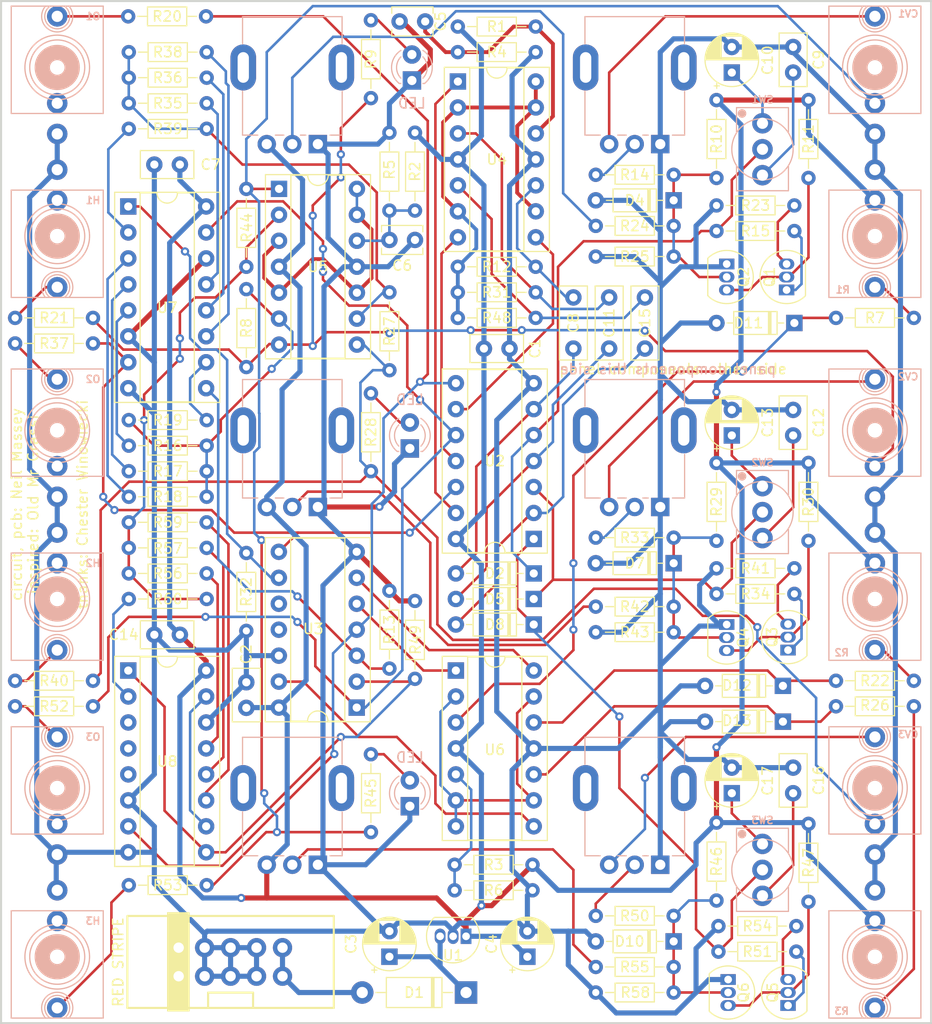
<source format=kicad_pcb>
(kicad_pcb (version 20211014) (generator pcbnew)
  (title_block (title "Grassi Osc") (date "2022-08-12") (rev "0") (company "DIY-nabra") (comment 1 "Inspired by Old Mr Grassi by Ciat-Lonbarde") (comment 2 "Circuit and PCB by Neil Massey"))
  (layers (0 "F.Cu" signal) (31 "B.Cu" signal) (34 "B.Paste" user) (35 "F.Paste" user) (36 "B.SilkS" user "B.Silkscreen") (37 "F.SilkS" user "F.Silkscreen") (38 "B.Mask" user) (39 "F.Mask" user) (44 "Edge.Cuts" user))
  (net 0 "")
  (net 1 "Net-(C3-Pad1)")
  (net 2 "GND")
  (net 3 "+9V")
  (net 4 "Net-(C6-Pad1)")
  (net 5 "Net-(C8-Pad1)")
  (net 6 "Net-(C9-Pad2)")
  (net 7 "Net-(C5-Pad1)")
  (net 8 "Net-(C11-Pad1)")
  (net 9 "Net-(C12-Pad2)")
  (net 10 "Net-(C13-Pad1)")
  (net 11 "Net-(C10-Pad1)")
  (net 12 "Net-(C8-Pad2)")
  (net 13 "Net-(C15-Pad1)")
  (net 14 "Net-(C11-Pad2)")
  (net 15 "Net-(C16-Pad2)")
  (net 16 "Net-(C15-Pad2)")
  (net 17 "Net-(D1-Pad2)")
  (net 18 "Net-(D2-Pad1)")
  (net 19 "Net-(C17-Pad1)")
  (net 20 "Net-(D4-Pad1)")
  (net 21 "Net-(D5-Pad1)")
  (net 22 "Net-(D3-Pad2)")
  (net 23 "Net-(D7-Pad1)")
  (net 24 "Net-(J1-Pad1)")
  (net 25 "Net-(J2-PadT)")
  (net 26 "Net-(D6-Pad2)")
  (net 27 "Hav3")
  (net 28 "Hav1")
  (net 29 "Net-(Q1-Pad1)")
  (net 30 "Hav2")
  (net 31 "Net-(Q3-Pad1)")
  (net 32 "Net-(J6-PadT)")
  (net 33 "Net-(Q5-Pad1)")
  (net 34 "Net-(Q5-Pad3)")
  (net 35 "Net-(Q1-Pad2)")
  (net 36 "Net-(Q1-Pad3)")
  (net 37 "Net-(Q3-Pad2)")
  (net 38 "Net-(Q3-Pad3)")
  (net 39 "Net-(Q5-Pad2)")
  (net 40 "Net-(D8-Pad1)")
  (net 41 "Vref")
  (net 42 "Net-(R42-Pad1)")
  (net 43 "Net-(D10-Pad1)")
  (net 44 "Out1")
  (net 45 "Out2")
  (net 46 "Net-(J3-PadT)")
  (net 47 "Out3")
  (net 49 "Vref2")
  (net 51 "Net-(J11-PadT)")
  (net 52 "Net-(J12-PadT)")
  (net 53 "Net-(R14-Pad1)")
  (net 54 "Net-(J7-PadT)")
  (net 56 "Net-(J13-PadT)")
  (net 59 "Net-(R3-Pad2)")
  (net 61 "Net-(J10-PadT)")
  (net 62 "Net-(D11-Pad1)")
  (net 63 "Net-(R16-Pad2)")
  (net 64 "Net-(R16-Pad1)")
  (net 65 "Net-(R19-Pad1)")
  (net 66 "Net-(R35-Pad1)")
  (net 67 "Net-(R17-Pad1)")
  (net 68 "Net-(R18-Pad1)")
  (net 69 "Net-(D12-Pad1)")
  (net 70 "Net-(R24-Pad1)")
  (net 71 "Net-(J5-PadT)")
  (net 72 "Net-(J9-PadT)")
  (net 73 "Net-(D13-Pad1)")
  (net 74 "Net-(J4-PadT)")
  (net 75 "Net-(J8-PadT)")
  (net 76 "Net-(R27-Pad1)")
  (net 77 "Net-(D9-Pad2)")
  (net 78 "Net-(R32-Pad2)")
  (net 79 "Net-(R33-Pad1)")
  (net 80 "Net-(R36-Pad1)")
  (net 81 "Net-(R38-Pad1)")
  (net 82 "Net-(R39-Pad1)")
  (net 83 "Net-(R44-Pad1)")
  (net 84 "Net-(R50-Pad1)")
  (net 85 "Net-(R56-Pad1)")
  (net 86 "Net-(R57-Pad1)")
  (net 87 "Net-(R59-Pad1)")
  (net 88 "Net-(R60-Pad1)")
  (net 89 "R2o")
  (net 90 "R3o")
  (net 93 "R1o")
  (net 94 "CmpVref")
  (net 95 "Net-(R13-Pad2)")
  (net 96 "Net-(R49-Pad2)")
  (net 97 "Net-(R55-Pad1)")
  (net 98 "Net-(U8-Pad10)")
  (net 102 "Net-(U2-Pad9)")
  (net 103 "Net-(U2-Pad11)")
  (net 104 "Net-(U2-Pad13)")
  (footprint "Diode_THT:D_DO-35_SOD27_P7.62mm_Horizontal" (layer "F.Cu") (at 79.81 105 180)
    (fp_text reference "D10")
    (fp_text value "BAT85" hide)
  )
  (footprint "Capacitor_THT:CP_Radial_D5.0mm_P2.50mm" (layer "F.Cu") (at 52 106.5 90)
    (fp_text reference "C3")
    (fp_text value "10uF" hide)
  )
  (footprint "Capacitor_THT:CP_Radial_D5.0mm_P2.50mm" (layer "F.Cu") (at 85.5 90.5 90)
    (fp_text reference "C17")
    (fp_text value "470nF" hide)
  )
  (footprint "Resistor_THT:R_Axial_DIN0204_L3.6mm_D1.6mm_P7.62mm_Horizontal" (layer "F.Cu") (at 84 58.19 -90)
    (fp_text reference "R29")
    (fp_text value "2.2M" hide)
  )
  (footprint "Resistor_THT:R_Axial_DIN0204_L3.6mm_D1.6mm_P7.62mm_Horizontal" (layer "F.Cu") (at 50.19 59 90)
    (fp_text reference "R28")
    (fp_text value "1k" hide)
  )
  (footprint "Resistor_THT:R_Axial_DIN0204_L3.6mm_D1.6mm_P7.62mm_Horizontal" (layer "F.Cu") (at 72.19 72.25)
    (fp_text reference "R42")
    (fp_text value "100k" hide)
  )
  (footprint "Package_DIP:DIP-14_W7.62mm_Socket" (layer "F.Cu") (at 58.5 78.5)
    (fp_text reference "U6")
    (fp_text value "LM324" hide)
  )
  (footprint "winterbloom:Eurorack_Power_2x5_Shrouded" (layer "F.Cu") (at 31.38 108.407)
    (fp_text reference "J1" hide)
    (fp_text value "Eurorack_Power" hide)
  )
  (footprint "Package_TO_SOT_THT:TO-92_Inline" (layer "F.Cu") (at 85.14 108.73 -90)
    (fp_text reference "Q6")
    (fp_text value "BC557" hide)
  )
  (footprint "Capacitor_THT:C_Rect_L7.0mm_W2.5mm_P5.00mm" (layer "F.Cu") (at 73.5 47 90)
    (fp_text reference "C11")
    (fp_text value "100nF" hide)
  )
  (footprint "Resistor_THT:R_Axial_DIN0204_L3.6mm_D1.6mm_P7.62mm_Horizontal" (layer "F.Cu") (at 23 44 180)
    (fp_text reference "R21")
    (fp_text value "10k" hide)
  )
  (footprint "Resistor_THT:R_Axial_DIN0204_L3.6mm_D1.6mm_P7.62mm_Horizontal" (layer "F.Cu") (at 91.81 106 180)
    (fp_text reference "R51")
    (fp_text value "100" hide)
  )
  (footprint "Capacitor_THT:C_Disc_D3.8mm_W2.6mm_P2.50mm" (layer "F.Cu") (at 52 36.375)
    (fp_text reference "C6")
    (fp_text value "1uF" hide)
  )
  (footprint "Resistor_THT:R_Axial_DIN0204_L3.6mm_D1.6mm_P7.62mm_Horizontal" (layer "F.Cu") (at 26.5 56.5)
    (fp_text reference "R16")
    (fp_text value "R" hide)
  )
  (footprint "Resistor_THT:R_Axial_DIN0204_L3.6mm_D1.6mm_P7.62mm_Horizontal" (layer "F.Cu") (at 72.19 35)
    (fp_text reference "R24")
    (fp_text value "100k" hide)
  )
  (footprint "Resistor_THT:R_Axial_DIN0204_L3.6mm_D1.6mm_P7.62mm_Horizontal" (layer "F.Cu") (at 23 79.5 180)
    (fp_text reference "R40")
    (fp_text value "10k" hide)
  )
  (footprint "Capacitor_THT:CP_Radial_D5.0mm_P2.50mm" (layer "F.Cu") (at 85.5 20 90)
    (fp_text reference "C10")
    (fp_text value "470nF" hide)
  )
  (footprint "Resistor_THT:R_Axial_DIN0204_L3.6mm_D1.6mm_P7.62mm_Horizontal" (layer "F.Cu") (at 26.5 59)
    (fp_text reference "R17")
    (fp_text value "R" hide)
  )
  (footprint "Resistor_THT:R_Axial_DIN0204_L3.6mm_D1.6mm_P7.62mm_Horizontal" (layer "F.Cu") (at 34.12 18 180)
    (fp_text reference "R38")
    (fp_text value "R" hide)
  )
  (footprint "Package_TO_SOT_THT:TO-92_Inline" (layer "F.Cu") (at 85 38.73 -90)
    (fp_text reference "Q2")
    (fp_text value "BC557" hide)
  )
  (footprint "Capacitor_THT:C_Disc_D5.0mm_W2.5mm_P2.50mm" (layer "F.Cu") (at 31.5 75 180)
    (fp_text reference "C14")
    (fp_text value "100nF" hide)
  )
  (footprint "Capacitor_THT:CP_Radial_D5.0mm_P2.50mm" (layer "F.Cu") (at 85.5 55.5 90)
    (fp_text reference "C13")
    (fp_text value "470nF" hide)
  )
  (footprint "Resistor_THT:R_Axial_DIN0204_L3.6mm_D1.6mm_P7.62mm_Horizontal" (layer "F.Cu") (at 58.69 15.5)
    (fp_text reference "R1")
    (fp_text value "47k" hide)
  )
  (footprint "Resistor_THT:R_Axial_DIN0204_L3.6mm_D1.6mm_P7.62mm_Horizontal" (layer "F.Cu") (at 72.19 102.5)
    (fp_text reference "R50")
    (fp_text value "220k" hide)
  )
  (footprint "Package_DIP:DIP-14_W7.62mm_Socket" (layer "F.Cu") (at 58.7 20.875)
    (fp_text reference "U4")
    (fp_text value "TL074" hide)
  )
  (footprint "Resistor_THT:R_Axial_DIN0204_L3.6mm_D1.6mm_P7.62mm_Horizontal" (layer "F.Cu") (at 38 41.19 -90)
    (fp_text reference "R8")
    (fp_text value "R" hide)
  )
  (footprint "Resistor_THT:R_Axial_DIN0204_L3.6mm_D1.6mm_P7.62mm_Horizontal" (layer "F.Cu") (at 26.5 61.5)
    (fp_text reference "R18")
    (fp_text value "R" hide)
  )
  (footprint "Resistor_THT:R_Axial_DIN0204_L3.6mm_D1.6mm_P7.62mm_Horizontal" (layer "F.Cu") (at 72.19 107.5)
    (fp_text reference "R55")
    (fp_text value "100k" hide)
  )
  (footprint "Resistor_THT:R_Axial_DIN0204_L3.6mm_D1.6mm_P7.62mm_Horizontal" (layer "F.Cu") (at 79.81 38 180)
    (fp_text reference "R25")
    (fp_text value "2.2k" hide)
  )
  (footprint "Resistor_THT:R_Axial_DIN0204_L3.6mm_D1.6mm_P7.62mm_Horizontal" (layer "F.Cu") (at 23 82 180)
    (fp_text reference "R52")
    (fp_text value "10k" hide)
  )
  (footprint "Resistor_THT:R_Axial_DIN0204_L3.6mm_D1.6mm_P7.62mm_Horizontal" (layer "F.Cu") (at 54.5 71.69 -90)
    (fp_text reference "R49")
    (fp_text value "1Meg" hide)
  )
  (footprint "Capacitor_THT:C_Disc_D5.0mm_W2.5mm_P2.50mm" (layer "F.Cu") (at 91.5 88 -90)
    (fp_text reference "C16")
    (fp_text value "22nF" hide)
  )
  (footprint "Diode_THT:D_DO-41_SOD81_P10.16mm_Horizontal" (layer "F.Cu") (at 59.5 110 180)
    (fp_text reference "D1")
    (fp_text value "1N4001" hide)
  )
  (footprint "Resistor_THT:R_Axial_DIN0204_L3.6mm_D1.6mm_P7.62mm_Horizontal" (layer "F.Cu") (at 79.81 74.75 180)
    (fp_text reference "R43")
    (fp_text value "2.2k" hide)
  )
  (footprint "Capacitor_THT:C_Disc_D5.0mm_W2.5mm_P2.50mm" (layer "F.Cu") (at 31.5 29 180)
    (fp_text reference "C7")
    (fp_text value "100nF" hide)
  )
  (footprint "Resistor_THT:R_Axial_DIN0204_L3.6mm_D1.6mm_P7.62mm_Horizontal" (layer "F.Cu") (at 26.5 71.5)
    (fp_text reference "R60")
    (fp_text value "R" hide)
  )
  (footprint "Package_DIP:DIP-16_W7.62mm_Socket" (layer "F.Cu") (at 26.45 33.1)
    (fp_text reference "U7")
    (fp_text value "4015" hide)
  )
  (footprint "Resistor_THT:R_Axial_DIN0204_L3.6mm_D1.6mm_P7.62mm_Horizontal" (layer "F.Cu") (at 34.12 66.5 180)
    (fp_text reference "R57")
    (fp_text value "R" hide)
  )
  (footprint "Resistor_THT:R_Axial_DIN0204_L3.6mm_D1.6mm_P7.62mm_Horizontal" (layer "F.Cu") (at 72.19 65.5)
    (fp_text reference "R33")
    (fp_text value "220k" hide)
  )
  (footprint "Resistor_THT:R_Axial_DIN0204_L3.6mm_D1.6mm_P7.62mm_Horizontal" (layer "F.Cu") (at 58.69 18)
    (fp_text reference "R4")
    (fp_text value "47k" hide)
  )
  (footprint "Diode_THT:D_DO-35_SOD27_P7.62mm_Horizontal" (layer "F.Cu") (at 66.12 71.5 180)
    (fp_text reference "D5")
    (fp_text value "1N4148" hide)
  )
  (footprint "Resistor_THT:R_Axial_DIN0204_L3.6mm_D1.6mm_P7.62mm_Horizontal" (layer "F.Cu") (at 91.62 35.5 180)
    (fp_text reference "R15")
    (fp_text value "100" hide)
  )
  (footprint "Resistor_THT:R_Axial_DIN0204_L3.6mm_D1.6mm_P7.62mm_Horizontal" (layer "F.Cu") (at 103.31 82 180)
    (fp_text reference "R26")
    (fp_text value "100k" hide)
  )
  (footprint "Capacitor_THT:C_Disc_D5.0mm_W2.5mm_P2.50mm" (layer "F.Cu") (at 38 82.15 90)
    (fp_text reference "C2")
    (fp_text value "100nF" hide)
  )
  (footprint "Resistor_THT:R_Axial_DIN0204_L3.6mm_D1.6mm_P7.62mm_Horizontal" (layer "F.Cu") (at 52 41.5 -90)
    (fp_text reference "R27")
    (fp_text value "R" hide)
  )
  (footprint "Diode_THT:D_DO-35_SOD27_P7.62mm_Horizontal" (layer "F.Cu") (at 90.5 83.5 180)
    (fp_text reference "D13")
    (fp_text value "BAT85" hide)
  )
  (footprint "Diode_THT:D_DO-35_SOD27_P7.62mm_Horizontal" (layer "F.Cu") (at 66.12 69 180)
    (fp_text reference "D2")
    (fp_text value "1N4148" hide)
  )
  (footprint "Resistor_THT:R_Axial_DIN0204_L3.6mm_D1.6mm_P7.62mm_Horizontal" (layer "F.Cu") (at 54.5 25.88 -90)
    (fp_text reference "R2")
    (fp_text value "47k" hide)
  )
  (footprint "Resistor_THT:R_Axial_DIN0204_L3.6mm_D1.6mm_P7.62mm_Horizontal" (layer "F.Cu") (at 93 58.19 -90)
    (fp_text reference "R30")
    (fp_text value "2.2M" hide)
  )
  (footprint "Resistor_THT:R_Axial_DIN0204_L3.6mm_D1.6mm_P7.62mm_Horizontal" (layer "F.Cu") (at 91.81 103.5 180)
    (fp_text reference "R54")
    (fp_text value "100" hide)
  )
  (footprint "Package_TO_SOT_THT:TO-92_Inline" (layer "F.Cu") (at 90.86 41.27 90)
    (fp_text reference "Q1")
    (fp_text value "BC547" hide)
  )
  (footprint "Resistor_THT:R_Axial_DIN0204_L3.6mm_D1.6mm_P7.62mm_Horizontal" (layer "F.Cu") (at 52 70.69 -90)
    (fp_text reference "R13")
    (fp_text value "1Meg" hide)
  )
  (footprint "Resistor_THT:R_Axial_DIN0204_L3.6mm_D1.6mm_P7.62mm_Horizontal" (layer "F.Cu") (at 91.62 33 180)
    (fp_text reference "R23")
    (fp_text value "100" hide)
  )
  (footprint "Package_DIP:DIP-16_W7.62mm_Socket" (layer "F.Cu") (at 26.45 78.5)
    (fp_text reference "U8")
    (fp_text value "4015" hide)
  )
  (footprint "Package_DIP:DIP-14_W7.62mm_Socket" (layer "F.Cu") (at 66.12 65.625 180)
    (fp_text reference "U2")
    (fp_text value "40106" hide)
  )
  (footprint "Capacitor_THT:C_Disc_D5.0mm_W2.5mm_P2.50mm" (layer "F.Cu") (at 61.25 47)
    (fp_text reference "C1")
    (fp_text value "100nF" hide)
  )
  (footprint "Resistor_THT:R_Axial_DIN0204_L3.6mm_D1.6mm_P7.62mm_Horizontal" (layer "F.Cu") (at 91.62 71 180)
    (fp_text reference "R34")
    (fp_text value "100" hide)
  )
  (footprint "Package_DIP:DIP-14_W7.62mm_Socket" (layer "F.Cu") (at 41.2 31.375)
    (fp_text reference "U5")
    (fp_text value "TL074" hide)
  )
  (footprint "Resistor_THT:R_Axial_DIN0204_L3.6mm_D1.6mm_P7.62mm_Horizontal" (layer "F.Cu") (at 84 93.38 -90)
    (fp_text reference "R46")
    (fp_text value "2.2M" hide)
  )
  (footprint "Resistor_THT:R_Axial_DIN0204_L3.6mm_D1.6mm_P7.62mm_Horizontal" (layer "F.Cu") (at 34.06 14.5 180)
    (fp_text reference "R20")
    (fp_text value "10k" hide)
  )
  (footprint "Resistor_THT:R_Axial_DIN0204_L3.6mm_D1.6mm_P7.62mm_Horizontal" (layer "F.Cu") (at 72.19 30)
    (fp_text reference "R14")
    (fp_text value "220k" hide)
  )
  (footprint "Capacitor_THT:C_Disc_D5.0mm_W2.5mm_P2.50mm" (layer "F.Cu") (at 91.5 53 -90)
    (fp_text reference "C12")
    (fp_text value "22nF" hide)
  )
  (footprint "Resistor_THT:R_Axial_DIN0204_L3.6mm_D1.6mm_P7.62mm_Horizontal" (layer "F.Cu") (at 50.19 94.31 90)
    (fp_text reference "R45")
    (fp_text value "1k" hide)
  )
  (footprint "Resistor_THT:R_Axial_DIN0204_L3.6mm_D1.6mm_P7.62mm_Horizontal" (layer "F.Cu") (at 38 39 90)
    (fp_text reference "R44")
    (fp_text value "R" hide)
  )
  (footprint "Capacitor_THT:C_Disc_D5.0mm_W2.5mm_P2.50mm" (layer "F.Cu") (at 91.5 17.5 -90)
    (fp_text reference "C9")
    (fp_text value "22nF" hide)
  )
  (footprint "Resistor_THT:R_Axial_DIN0204_L3.6mm_D1.6mm_P7.62mm_Horizontal" (layer "F.Cu") (at 34.12 69 180)
    (fp_text reference "R56")
    (fp_text value "R" hide)
  )
  (footprint "Resistor_THT:R_Axial_DIN0204_L3.6mm_D1.6mm_P7.62mm_Horizontal" (layer "F.Cu") (at 50.19 22.5 90)
    (fp_text reference "R9")
    (fp_text value "1k" hide)
  )
  (footprint "Package_TO_SOT_THT:TO-92_Inline" (layer "F.Cu") (at 91 111.27 90)
    (fp_text reference "Q5")
    (fp_text value "BC547" hide)
  )
  (footprint "Resistor_THT:R_Axial_DIN0204_L3.6mm_D1.6mm_P7.62mm_Horizontal" (layer "F.Cu") (at 93 22.69 -90)
    (fp_text reference "R11")
    (fp_text value "2.2M" hide)
  )
  (footprint "Resistor_THT:R_Axial_DIN0204_L3.6mm_D1.6mm_P7.62mm_Horizontal" (layer "F.Cu") (at 93 93.5 -90)
    (fp_text reference "R47")
    (fp_text value "2.2M" hide)
  )
  (footprint "Resistor_THT:R_Axial_DIN0204_L3.6mm_D1.6mm_P7.62mm_Horizontal" (layer "F.Cu") (at 34.12 23 180)
    (fp_text reference "R35")
    (fp_text value "R" hide)
  )
  (footprint "Diode_THT:D_DO-35_SOD27_P7.62mm_Horizontal" (layer "F.Cu") (at 79.81 68 180)
    (fp_text reference "D7")
    (fp_text value "BAT85" hide)
  )
  (footprint "Capacitor_THT:CP_Radial_D5.0mm_P2.50mm" (layer "F.Cu") (at 65.5 106.5 90)
    (fp_text reference "C4")
    (fp_text value "10uF" hide)
  )
  (footprint "Resistor_THT:R_Axial_DIN0204_L3.6mm_D1.6mm_P7.62mm_Horizontal" (layer "F.Cu") (at 91.62 68.5 180)
    (fp_text reference "R41")
    (fp_text value "100" hide)
  )
  (footprint "Package_TO_SOT_THT:TO-92_Inline" (layer "F.Cu") (at 91 76.5 90)
    (fp_text reference "Q3")
    (fp_text value "BC547" hide)
  )
  (footprint "Resistor_THT:R_Axial_DIN0204_L3.6mm_D1.6mm_P7.62mm_Horizontal" (layer "F.Cu") (at 103.31 44 180)
    (fp_text reference "R7")
    (fp_text value "100k" hide)
  )
  (footprint "Capacitor_THT:C_Disc_D3.8mm_W2.6mm_P2.50mm" (layer "F.Cu") (at 55.5 15 180)
    (fp_text reference "C5")
    (fp_text value "1uF" hide)
  )
  (footprint "Resistor_THT:R_Axial_DIN0204_L3.6mm_D1.6mm_P7.62mm_Horizontal" (layer "F.Cu") (at 58.69 41.5)
    (fp_text reference "R31")
    (fp_text value "1M" hide)
  )
  (footprint "Package_TO_SOT_THT:TO-92_Inline" (layer "F.Cu") (at 85 74 -90)
    (fp_text reference "Q4")
    (fp_text value "BC557" hide)
  )
  (footprint "Resistor_THT:R_Axial_DIN0204_L3.6mm_D1.6mm_P7.62mm_Horizontal" (layer "F.Cu") (at 66 97.5 180)
    (fp_text reference "R3")
    (fp_text value "100k" hide)
  )
  (footprint "Resistor_THT:R_Axial_DIN0204_L3.6mm_D1.6mm_P7.62mm_Horizontal" (layer "F.Cu") (at 34.12 99.5 180)
    (fp_text reference "R53")
    (fp_text value "10k" hide)
  )
  (footprint "Resistor_THT:R_Axial_DIN0204_L3.6mm_D1.6mm_P7.62mm_Horizontal" (layer "F.Cu") (at 38 74.62 90)
    (fp_text reference "R32")
    (fp_text value "1Meg" hide)
  )
  (footprint "Resistor_THT:R_Axial_DIN0204_L3.6mm_D1.6mm_P7.62mm_Horizontal" (layer "F.Cu") (at 103.31 79.5 180)
    (fp_text reference "R22")
    (fp_text value "100k" hide)
  )
  (footprint "Diode_THT:D_DO-35_SOD27_P7.62mm_Horizontal" (layer "F.Cu") (at 91.62 44.5 180)
    (fp_text reference "D11")
    (fp_text value "BAT85" hide)
  )
  (footprint "Capacitor_THT:C_Rect_L7.0mm_W2.5mm_P5.00mm" (layer "F.Cu") (at 77 47 90)
    (fp_text reference "C15")
    (fp_text value "100nF" hide)
  )
  (footprint "Package_TO_SOT_THT:TO-92_Inline" (layer "F.Cu") (at 59.5 104.5 180)
    (fp_text reference "U1")
    (fp_text value "L78L09_TO92" hide)
  )
  (footprint "Capacitor_THT:C_Rect_L7.0mm_W2.5mm_P5.00mm" (layer "F.Cu") (at 70 47 90)
    (fp_text reference "C8")
    (fp_text value "100nF" hide)
  )
  (footprint "Resistor_THT:R_Axial_DIN0204_L3.6mm_D1.6mm_P7.62mm_Horizontal" (layer "F.Cu") (at 52 33.5 90)
    (fp_text reference "R5")
    (fp_text value "47k" hide)
  )
  (footprint "Package_DIP:DIP-14_W7.62mm_Socket" (layer "F.Cu") (at 48.8 82.125 180)
    (fp_text reference "U3")
    (fp_text value "4066" hide)
  )
  (footprint "Resistor_THT:R_Axial_DIN0204_L3.6mm_D1.6mm_P7.62mm_Horizontal" (layer "F.Cu") (at 34.12 20.5 180)
    (fp_text reference "R36")
    (fp_text value "R" hide)
  )
  (footprint "Resistor_THT:R_Axial_DIN0204_L3.6mm_D1.6mm_P7.62mm_Horizontal" (layer "F.Cu") (at 26.5 25.5)
    (fp_text reference "R39")
    (fp_text value "R" hide)
  )
  (footprint "Resistor_THT:R_Axial_DIN0204_L3.6mm_D1.6mm_P7.62mm_Horizontal" (layer "F.Cu") (at 58.69 44)
    (fp_text reference "R48")
    (fp_text value "1M" hide)
  )
  (footprint "Resistor_THT:R_Axial_DIN0204_L3.6mm_D1.6mm_P7.62mm_Horizontal" (layer "F.Cu") (at 84 22.69 -90)
    (fp_text reference "R10")
    (fp_text value "2.2M" hide)
  )
  (footprint "Diode_THT:D_DO-35_SOD27_P7.62mm_Horizontal" (layer "F.Cu") (at 79.81 32.5 180)
    (fp_text reference "D4")
    (fp_text value "BAT85" hide)
  )
  (footprint "Resistor_THT:R_Axial_DIN0204_L3.6mm_D1.6mm_P7.62mm_Horizontal" (layer "F.Cu") (at 34.12 54 180)
    (fp_text reference "R19")
    (fp_text value "R" hide)
  )
  (footprint "Diode_THT:D_DO-35_SOD27_P7.62mm_Horizontal" (layer "F.Cu") (at 90.5 80 180)
    (fp_text reference "D12")
    (fp_text value "BAT85" hide)
  )
  (footprint "Resistor_THT:R_Axial_DIN0204_L3.6mm_D1.6mm_P7.62mm_Horizontal" (layer "F.Cu") (at 58.38 100)
    (fp_text reference "R6")
    (fp_text value "22k" hide)
  )
  (footprint "Resistor_THT:R_Axial_DIN0204_L3.6mm_D1.6mm_P7.62mm_Horizontal" (layer "F.Cu") (at 23 46.5 180)
    (fp_text reference "R37")
    (fp_text value "10k" hide)
  )
  (footprint "Resistor_THT:R_Axial_DIN0204_L3.6mm_D1.6mm_P7.62mm_Horizontal" (layer "F.Cu") (at 79.81 110 180)
    (fp_text reference "R58")
    (fp_text value "2.2k" hide)
  )
  (footprint "Resistor_THT:R_Axial_DIN0204_L3.6mm_D1.6mm_P7.62mm_Horizontal" (layer "F.Cu") (at 58.69 39)
    (fp_text reference "R12")
    (fp_text value "1M" hide)
  )
  (footprint "Diode_THT:D_DO-35_SOD27_P7.62mm_Horizontal" (layer "F.Cu") (at 66.12 74 180)
    (fp_text reference "D8")
    (fp_text value "1N4148" hide)
  )
  (footprint "Resistor_THT:R_Axial_DIN0204_L3.6mm_D1.6mm_P7.62mm_Horizontal" (layer "F.Cu") (at 34.12 64 180)
    (fp_text reference "R59")
    (fp_text value "R" hide)
  )
  (footprint "winterbloom:Miniature_Switch_SPDT_2.54MM" (layer "B.Cu") (at 88.5 98 180)
    (fp_text reference "SW3")
    (fp_text value "SW_SPDT" hide)
  )
  (footprint "winterbloom:AudioJack_WQP518MA" (layer "B.Cu") (at 19.5 90 180)
    (fp_text reference "J12" hide)
    (fp_text value "O3")
  )
  (footprint "winterbloom:Miniature_Switch_SPDT_2.54MM" (layer "B.Cu") (at 88.5 63 180)
    (fp_text reference "SW2")
    (fp_text value "SW_SPDT" hide)
  )
  (footprint "winterbloom:AudioJack_WQP518MA" (layer "B.Cu") (at 19.5 36)
    (fp_text reference "J6" hide)
    (fp_text value "H1")
  )
  (footprint "winterbloom:AudioJack_WQP518MA" (layer "B.Cu") (at 99.5 19.5 180)
    (fp_text reference "J3" hide)
    (fp_text value "CV1")
  )
  (footprint "winterbloom:Miniature_Switch_SPDT_2.54MM" (layer "B.Cu") (at 88.5 27.5 180)
    (fp_text reference "SW1")
    (fp_text value "SW_SPDT" hide)
  )
  (footprint "winterbloom:AudioJack_WQP518MA" (layer "B.Cu") (at 99.5 90 180)
    (fp_text reference "J11" hide)
    (fp_text value "CV3")
  )
  (footprint "winterbloom:Potentiometer_Alpha_R0904N" (layer "B.Cu") (at 42.5 90 180)
    (fp_text reference "RV6")
    (fp_text value "10k" hide)
  )
  (footprint "LED_THT:LED_D3.0mm" (layer "B.Cu") (at 54.2 20.775 90)
    (fp_text reference "D3" hide)
    (fp_text value "LED")
  )
  (footprint "winterbloom:AudioJack_WQP518MA" (layer "B.Cu") (at 19.5 106.5)
    (fp_text reference "J13" hide)
    (fp_text value "H3")
  )
  (footprint "winterbloom:AudioJack_WQP518MA" (layer "B.Cu") (at 99.5 55 180)
    (fp_text reference "J8" hide)
    (fp_text value "CV2")
  )
  (footprint "winterbloom:AudioJack_WQP518MA" (layer "B.Cu") (at 19.5 19.5 180)
    (fp_text reference "J5" hide)
    (fp_text value "O1")
  )
  (footprint "winterbloom:AudioJack_WQP518MA" (layer "B.Cu") (at 19.5 55 180)
    (fp_text reference "J9" hide)
    (fp_text value "O2")
  )
  (footprint "winterbloom:Potentiometer_Alpha_R0904N" (layer "B.Cu") (at 76 19.5 180)
    (fp_text reference "RV1")
    (fp_text value "10k" hide)
  )
  (footprint "winterbloom:Potentiometer_Alpha_R0904N" (layer "B.Cu") (at 76 90 180)
    (fp_text reference "RV5")
    (fp_text value "10k" hide)
  )
  (footprint "winterbloom:Potentiometer_Alpha_R0904N" (layer "B.Cu") (at 76 55 180)
    (fp_text reference "RV3")
    (fp_text value "10k" hide)
  )
  (footprint "winterbloom:Potentiometer_Alpha_R0904N" (layer "B.Cu") (at 42.5 19.5 180)
    (fp_text reference "RV2")
    (fp_text value "10k" hide)
  )
  (footprint "winterbloom:AudioJack_WQP518MA" (layer "B.Cu") (at 99.5 106.5)
    (fp_text reference "J7" hide)
    (fp_text value "R3")
  )
  (footprint "LED_THT:LED_D3.0mm" (layer "B.Cu") (at 54 56.775 90)
    (fp_text reference "D6" hide)
    (fp_text value "LED")
  )
  (footprint "winterbloom:AudioJack_WQP518MA" (layer "B.Cu") (at 99.5 36)
    (fp_text reference "J2" hide)
    (fp_text value "R1")
  )
  (footprint "winterbloom:AudioJack_WQP518MA" (layer "B.Cu") (at 19.5 71.5)
    (fp_text reference "J10" hide)
    (fp_text value "H2")
  )
  (footprint "winterbloom:AudioJack_WQP518MA" (layer "B.Cu") (at 99.5 71.5)
    (fp_text reference "J4" hide)
    (fp_text value "R2")
  )
  (footprint "LED_THT:LED_D3.0mm" (layer "B.Cu") (at 54 91.775 90)
    (fp_text reference "D9" hide)
    (fp_text value "LED")
  )
  (footprint "winterbloom:Potentiometer_Alpha_R0904N" (layer "B.Cu") (at 42.5 55 180)
    (fp_text reference "RV4")
    (fp_text value "10k" hide)
  )
  (gr_line (start 105 13) (end 14 13) (layer "Edge.Cuts") (width 0.2))
  (gr_line (start 105 113) (end 105 13) (layer "Edge.Cuts") (width 0.2))
  (gr_line (start 14 13) (end 14 113) (layer "Edge.Cuts") (width 0.2))
  (gr_line (start 14 113) (end 105 113) (layer "Edge.Cuts") (width 0.2))
  (gr_text "panel components this side" (at 79.25 49) (layer "B.SilkS") (effects (font (size 1 1)) (justify mirror)))
  (gr_text "circuit, pcb: Neil Massey\ninspired: Old Mr Grassi\n\n\nthanks: Chester Winowiecki" (at 18.75 62.25 90) (layer "F.SilkS") (effects (font (size 1 1))))
  (gr_text "panel components other side" (at 79.75 49) (layer "F.SilkS") (effects (font (size 1 1))))
  (segment (start 59.5 110) (end 56.96 107.46) (width 0.5) (layer "B.Cu") (net 1))
  (segment (start 56.96 107.46) (end 56.96 104.5) (width 0.5) (layer "B.Cu") (net 1))
  (segment (start 56 106.5) (end 56.96 107.46) (width 0.5) (layer "B.Cu") (net 1))
  (segment (start 52 106.5) (end 56 106.5) (width 0.5) (layer "B.Cu") (net 1))
  (segment (start 54.2 20.775) (end 56 18.975) (width 0.5) (layer "F.Cu") (net 2))
  (segment (start 52 70.085) (end 52 70.69) (width 0.5) (layer "F.Cu") (net 2))
  (segment (start 52 70.69) (end 53 71.69) (width 0.5) (layer "F.Cu") (net 2))
  (segment (start 51 62.5) (end 51.024598 62.475402) (width 0.5) (layer "F.Cu") (net 2))
  (segment (start 53.25 15) (end 53 15) (width 0.5) (layer "F.Cu") (net 2))
  (segment (start 56 17.75) (end 53.25 15) (width 0.5) (layer "F.Cu") (net 2))
  (segment (start 34.07 38.18) (end 26.45 45.8) (width 0.5) (layer "F.Cu") (net 2))
  (segment (start 45 62.5) (end 51 62.5) (width 0.5) (layer "F.Cu") (net 2))
  (segment (start 48.8 66.885) (end 52 70.085) (width 0.5) (layer "F.Cu") (net 2))
  (segment (start 56 18.975) (end 56 17.75) (width 0.5) (layer "F.Cu") (net 2))
  (segment (start 53 71.69) (end 54.5 71.69) (width 0.5) (layer "F.Cu") (net 2))
  (via (at 51.024598 62.475402) (size 0.8) (drill 0.4) (layers "F.Cu" "B.Cu") (net 2))
  (segment (start 45.6 40.948625) (end 45.6 61.9) (width 0.5) (layer "B.Cu") (net 2))
  (segment (start 41.18 77.045) (end 38.045 77.045) (width 0.5) (layer "B.Cu") (net 2))
  (segment (start 26.45 96.28) (end 19.62 96.28) (width 0.5) (layer "B.Cu") (net 2))
  (segment (start 78.5 27) (end 78.5 52) (width 0.5) (layer "B.Cu") (net 2))
  (segment (start 19.5 61.5) (end 16.8 58.8) (width 0.5) (layer "B.Cu") (net 2))
  (segment (start 58.23 104.5) (end 58.23 103.95) (width 0.5) (layer "B.Cu") (net 2))
  (segment (start 66.32 28.495) (end 64 26.175) (width 0.5) (layer "B.Cu") (net 2))
  (segment (start 99.5 29.5) (end 99.5 26) (width 0.5) (layer "B.Cu") (net 2))
  (segment (start 48.8 66.885) (end 45.5 70.185) (width 0.5) (layer "B.Cu") (net 2))
  (segment (start 82 110) (end 82 105.69) (width 0.5) (layer "B.Cu") (net 2))
  (segment (start 45.5 70.185) (end 45.5 97) (width 0.5) (layer "B.Cu") (net 2))
  (segment (start 45 63.085) (end 45 62.5) (width 0.5) (layer "B.Cu") (net 2))
  (segment (start 38 77) (end 38 74.62) (width 0.5) (layer "B.Cu") (net 2))
  (segment (start 69.5 107.31) (end 69.5 104) (width 0.5) (layer "B.Cu") (net 2))
  (segment (start 58.23 103.95) (end 57.480001 103.200001) (width 0.5) (layer "B.Cu") (net 2))
  (segment (start 82.350489 74.149511) (end 84.850489 74.149511) (width 0.5) (layer "B.Cu") (net 2))
  (segment (start 78.5 46.5) (end 80.5 44.5) (width 0.5) (layer "B.Cu") (net 2))
  (segment (start 81.200001 52.200001) (end 78.5 49.5) (width 0.5) (layer "B.Cu") (net 2))
  (segment (start 36.12 76.5) (end 38 74.62) (width 0.5) (layer "B.Cu") (net 2))
  (segment (start 66.12 50.385) (end 62.5 54.005) (width 0.5) (layer "B.Cu") (net 2))
  (segment (start 36.46 108.407) (end 33.92 108.407) (width 0.5) (layer "B.Cu") (net 2))
  (segment (start 78.5 82) (end 74.38 86.12) (width 0.5) (layer "B.Cu") (net 2))
  (segment (start 76 38) (end 72.19 38) (width 0.5) (layer "B.Cu") (net 2))
  (segment (start 75.5 32.5) (end 72.19 32.5) (width 0.5) (layer "B.Cu") (net 2))
  (segment (start 49.675 97.5) (end 54 93.175) (width 0.5) (layer "B.Cu") (net 2))
  (segment (start 54 56.775) (end 52.5 58.275) (width 0.5) (layer "B.Cu") (net 2))
  (segment (start 71.19 104) (end 72.19 105) (width 0.5) (layer "B.Cu") (net 2))
  (segment (start 82 110) (end 83.27 108.73) (width 0.5) (layer "B.Cu") (net 2))
  (segment (start 16.8 32.2) (end 19.5 29.5) (width 0.5) (layer "B.Cu") (net 2))
  (segment (start 101.5 94.5) (end 101.5 67) (width 0.5) (layer "B.Cu") (net 2))
  (segment (start 29 88.65) (end 29 75) (width 0.5) (layer "B.Cu") (net 2))
  (segment (start 54.2 20.825) (end 54.2 20.775) (width 0.5) (layer "B.Cu") (net 2))
  (segment (start 78.5 84.5) (end 78.5 87) (width 0.5) (layer "B.Cu") (net 2))
  (segment (start 78.5 87) (end 78.5 86) (width 0.5) (layer "B.Cu") (net 2))
  (segment (start 91.5 18) (end 91.5 17.5) (width 0.5) (layer "B.Cu") (net 2))
  (segment (start 78.5 97.5) (end 78.5 87) (width 0.5) (layer "B.Cu") (net 2))
  (segment (start 82 35) (end 84 33) (width 0.5) (layer "B.Cu") (net 2))
  (segment (start 99.5 100) (end 99.5 96.5) (width 0.5) (layer "B.Cu") (net 2))
  (segment (start 52.5 61) (end 51.024598 62.475402) (width 0.5) (layer "B.Cu") (net 2))
  (segment (start 102 32) (end 99.5 29.5) (width 0.5) (layer "B.Cu") (net 2))
  (segment (start 62.5 54.005) (end 62.5 82.5) (width 0.5) (layer "B.Cu") (net 2))
  (segment (start 51.88 38.995) (end 54.5 36.375) (width 0.5) (layer "B.Cu") (net 2))
  (segment (start 84.25 74) (end 82.350489 72.100489) (width 0.5) (layer "B.Cu") (net 2))
  (segment (start 29 93.75) (end 26.45 91.2) (width 0.5) (layer "B.Cu") (net 2))
  (segment (start 99.5 65) (end 99.5 61.5) (width 0.5) (layer "B.Cu") (net 2))
  (segment (start 80.5 39) (end 78.5 41) (width 0.5) (layer "B.Cu") (net 2))
  (segment (start 84.700001 16.700001) (end 79.799999 16.700001) (width 0.5) (layer "B.Cu") (net 2))
  (segment (start 30.5 76.5) (end 36.12 76.5) (width 0.5) (layer "B.Cu") (net 2))
  (segment (start 74.38 86.12) (end 66.12 86.12) (width 0.5) (layer "B.Cu") (net 2))
  (segment (start 102 59) (end 102 32) (width 0.5) (layer "B.Cu") (net 2))
  (segment (start 16.8 58.8) (end 16.8 32.2) (width 0.5) (layer "B.Cu") (net 2))
  (segment (start 63.75 47) (end 63.75 48.015) (width 0.5) (layer "B.Cu") (net 2))
  (segment (start 82 105.69) (end 84.19 103.5) (width 0.5) (layer "B.Cu") (net 2))
  (segment (start 45 27) (end 50.88 27) (width 0.5) (layer "B.Cu") (net 2))
  (segment (start 66.32 28.495) (end 63.75 31.065) (width 0.5) (layer "B.Cu") (net 2))
  (segment (start 85.5 53) (end 84.700001 52.200001) (width 0.5) (layer "B.Cu") (net 2))
  (segment (start 72.19 110) (end 69.5 107.31) (width 0.5) (layer "B.Cu") (net 2))
  (segment (start 48.82 38.995) (end 47.553625 38.995) (width 0.5) (layer "B.Cu") (net 2))
  (segment (start 33.92 104.25) (end 33.92 105.613) (width 0.5) (layer "B.Cu") (net 2))
  (segment (start 50.88 27) (end 52 25.88) (width 0.5) (layer "B.Cu") (net 2))
  (segment (start 65.5 104) (end 64.700001 103.200001) (width 0.5) (layer "B.Cu") (net 2))
  (segment (start 72.19 110) (end 74.19 112) (width 0.5) (layer "B.Cu") (net 2))
  (segment (start 39 105.613) (end 39 108.407) (width 0.5) (layer "B.Cu") (net 2))
  (segment (start 101.5 67) (end 99.5 65) (width 0.5) (layer "B.Cu") (net 2))
  (segment (start 78.5 71) (end 74.75 74.75) (width 0.5) (layer "B.Cu") (net 2))
  (segment (start 26.45 91.2) (end 29 88.65) (width 0.5) (layer "B.Cu") (net 2))
  (segment (start 64 88.24) (end 66.12 86.12) (width 0.5) (layer "B.Cu") (net 2))
  (segment (start 82.350489 70.149511) (end 84 68.5) (width 0.5) (layer "B.Cu") (net 2))
  (segment (start 99.5 96.5) (end 101.5 94.5) (width 0.5) (layer "B.Cu") (net 2))
  (segment (start 74.19 112) (end 80 112) (width 0.5) (layer "B.Cu") (net 2))
  (segment (start 84.700001 52.200001) (end 81.200001 52.200001) (width 0.5) (layer "B.Cu") (net 2))
  (segment (start 66 100) (end 64 98) (width 0.5) (layer "B.Cu") (net 2))
  (segment (start 78.5 86) (end 78.5 62.5) (width 0.5) (layer "B.Cu") (net 2))
  (segment (start 29 48.35) (end 29 53.43) (width 0.5) (layer "B.Cu") (net 2))
  (segment (start 65.5 104) (end 65.5 100.5) (width 0.5) (layer "B.Cu") (net 2))
  (segment (start 19.62 96.28) (end 19.4 96.5) (width 0.5) (layer "B.Cu") (net 2))
  (segment (start 29 53.43) (end 26.45 50.88) (width 0.5) (layer "B.Cu") (net 2))
  (segment (start 75.5 68) (end 72.19 68) (width 0.5) (layer "B.Cu") (net 2))
  (segment (start 45.5 97) (end 45 97.5) (width 0.5) (layer "B.Cu") (net 2))
  (segment (start 78.5 35.5) (end 75.5 32.5) (width 0.5) (layer "B.Cu") (net 2))
  (segment (start 82.350489 72.100489) (end 82.350489 70.149511) (width 0.5) (layer "B.Cu") (net 2))
  (segment (start 54 93.175) (end 54 91.775) (width 0.5) (layer "B.Cu") (net 2))
  (segment (start 45 97.5) (end 49.675 97.5) (width 0.5) (layer "B.Cu") (net 2))
  (segment (start 91.5 53) (end 85.5 53) (width 0.5) (layer "B.Cu") (net 2))
  (segment (start 80.5 44.5) (end 84 44.5) (width 0.5) (layer "B.Cu") (net 2))
  (segment (start 19.5 26.1) (end 19.4 26) (width 0.5) (layer "B.Cu") (net 2))
  (segment (start 79.5 83.5) (end 82.88 83.5) (width 0.5) (layer "B.Cu") (net 2))
  (segment (start 85.5 88) (end 84.700001 87.200001) (width 0.5) (layer "B.Cu") (net 2))
  (segment (start 26.45 96.28) (end 28.72 96.28) (width 0.5) (layer "B.Cu") (net 2))
  (segment (start 19.4 99.9) (end 19.5 100) (width 0.5) (layer "B.Cu") (net 2))
  (segment (start 26.45 45.8) (end 29 48.35) (width 0.5) (layer "B.Cu") (net 2))
  (segment (start 64.700001 103.200001) (end 58.875977 103.200001) (width 0.5) (layer "B.Cu") (net 2))
  (segment (start 46 28) (end 46 36.175) (width 0.5) (layer "B.Cu") (net 2))
  (segment (start 65.5 104) (end 69.5 104) (width 0.5) (layer "B.Cu") (net 2))
  (segment (start 83.27 108.73) (end 85.14 108.73) (width 0.5) (layer "B.Cu") (net 2))
  (segment (start 45 97.5) (end 51.5 104) (width 0.5) (layer "B.Cu") (net 2))
  (segment (start 28.72 96.28) (end 29 96) (width 0.5) (layer "B.Cu") (net 2))
  (segment (start 78.5 78) (end 82.350489 74.149511) (width 0.5) (layer "B.Cu") (net 2))
  (segment (start 84.700001 87.200001) (end 81.200001 87.200001) (width 0.5) (layer "B.Cu") (net 2))
  (segment (start 45 27) (end 46 28) (width 0.5) (layer "B.Cu") (net 2))
  (segment (start 91.5 88) (end 85.5 88) (width 0.5) (layer "B.Cu") (net 2))
  (segment (start 47.553625 38.995) (end 45.6 40.948625) (width 0.5) (layer "B.Cu") (net 2))
  (segment (start 85 74) (end 84.25 74) (width 0.5) (layer "B.Cu") (net 2))
  (segment (start 99.5 61.5) (end 102 59) (width 0.5) (layer "B.Cu") (net 2))
  (segment (start 91.5 17.5) (end 85.5 17.5) (width 0.5) (layer "B.Cu") (net 2))
  (segment (start 29 75) (end 29 53.43) (width 0.5) (layer "B.Cu") (net 2))
  (segment (start 19.5 65) (end 19.5 61.5) (width 0.5) (layer "B.Cu") (net 2))
  (segment (start 78.5 40.5) (end 76 38) (width 0.5) (layer "B.Cu") (net 2))
  (segment (start 17.5 67) (end 19.5 65) (width 0.5) (layer "B.Cu") (net 2))
  (segment (start 63.75 48.015) (end 66.12 50.385) (width 0.5) (layer "B.Cu") (net 2))
  (segment (start 64 98) (end 64 88.24) (width 0.5) (layer "B.Cu") (net 2))
  (segment (start 29 99.33) (end 29 96) (width 0.5) (layer "B.Cu") (net 2))
  (segment (start 29 75) (end 30.5 76.5) (width 0.5) (layer "B.Cu") (net 2))
  (segment (start 52.799999 103.200001) (end 52 104) (width 0.5) (layer "B.Cu") (net 2))
  (segment (start 33.92 105.613) (end 33.92 108.407) (width 0.5) (layer "B.Cu") (net 2))
  (segment (start 78.5 82) (end 80.5 80) (width 0.5) (layer "B.Cu") (net 2))
  (segment (start 17.5 94.5) (end 17.5 67) (width 0.5) (layer "B.Cu") (net 2))
  (segment (start 46 36.175) (end 48.82 38.995) (width 0.5) (layer "B.Cu") (net 2))
  (segment (start 38 79.65) (end 34.07 83.58) (width 0.5) (layer "B.Cu") (net 2))
  (segment (start 52 23.025) (end 54.2 20.825) (width 0.5) (layer "B.Cu") (net 2))
  (segment (start 80.5 80) (end 82.88 80) (width 0.5) (layer "B.Cu") (net 2))
  (segment (start 58.23 103.845978) (end 58.23 104.5) (width 0.5) (layer "B.Cu") (net 2))
  (segment (start 65.5 100.5) (end 66 100) (width 0.5) (layer "B.Cu") (net 2))
  (segment (start 64 20.31) (end 66.31 18) (width 0.5) (layer "B.Cu") (net 2))
  (segment (start 48.8 66.885) (end 45 63.085) (width 0.5) (layer "B.Cu") (net 2))
  (segment (start 57.480001 103.200001) (end 52.799999 103.200001) (width 0.5) (layer "B.Cu") (net 2))
  (segment (start 34.17 104) (end 33.92 104.25) (width 0.5) (layer "B.Cu") (net 2))
  (segment (start 82 39) (end 80.5 39) (width 0.5) (layer "B.Cu") (net 2))
  (segment (start 99.5 26) (end 91.5 18) (width 0.5) (layer "B.Cu") (net 2))
  (segment (start 52.5 58.275) (end 52.5 61) (width 0.5) (layer "B.Cu") (net 2))
  (segment (start 78.5 18) (end 78.5 27) (width 0.5) (layer "B.Cu") (net 2))
  (segment (start 38.045 77.045) (end 38 77) (width 0.5) (layer "B.Cu") (net 2))
  (segment (start 52 25.88) (end 52 23.025) (width 0.5) (layer "B.Cu") (net 2))
  (segment (start 39 108.407) (end 36.46 108.407) (width 0.5) (layer "B.Cu") (net 2))
  (segment (start 74.75 74.75) (end 72.19 74.75) (width 0.5) (layer "B.Cu") (net 2))
  (segment (start 19.5 96.5) (end 17.5 94.5) (width 0.5) (layer "B.Cu") (net 2))
  (segment (start 36.46 108.407) (end 36.46 105.613) (width 0.5) (layer "B.Cu") (net 2))
  (segment (start 78.5 65) (end 75.5 68) (width 0.5) (layer "B.Cu") (net 2))
  (segment (start 51.5 104) (end 52 104) (width 0.5) (layer "B.Cu") (net 2))
  (segment (start 36.46 105.613) (end 39 105.613) (width 0.5) (layer "B.Cu") (net 2))
  (segment (start 80 112) (end 82 110) (width 0.5) (layer "B.Cu") (net 2))
  (segment (start 52 104) (end 34.17 104) (width 0.5) (layer "B.Cu") (net 2))
  (segment (start 29 29) (end 29 48.35) (width 0.5) (layer "B.Cu") (net 2))
  (segment (start 81.200001 87.200001) (end 78.5 84.5) (width 0.5) (layer "B.Cu") (net 2))
  (segment (start 84.850489 74.149511) (end 85 74) (width 0.5) (layer "B.Cu") (net 2))
  (segment (start 58.875977 103.200001) (end 58.23 103.845978) (width 0.5) (layer "B.Cu") (net 2))
  (segment (start 84.73 39) (end 82 39) (width 0.5) (layer "B.Cu") (net 2))
  (segment (start 78.5 86) (end 78.5 82) (width 0.5) (layer "B.Cu") (net 2))
  (segment (start 19.5 29.5) (end 19.5 26.1) (width 0.5) (layer "B.Cu") (net 2))
  (segment (start 78.5 52) (end 78.5 62.5) (width 0.5) (layer "B.Cu") (net 2))
  (segment (start 19.4 96.5) (end 19.4 99.9) (width 0.5) (layer "B.Cu") (net 2))
  (segment (start 63.75 31.065) (end 63.75 47) (width 0.5) (layer "B.Cu") (net 2))
  (segment (start 69.5 104) (end 71.19 104) (width 0.5) (layer "B.Cu") (net 2))
  (segment (start 29 96) (end 29 93.75) (width 0.5) (layer "B.Cu") (net 2))
  (segment (start 62.5 82.5) (end 66.12 86.12) (width 0.5) (layer "B.Cu") (net 2))
  (segment (start 82 39) (end 82 35) (width 0.5) (layer "B.Cu") (net 2))
  (segment (start 78.5 84.5) (end 79.5 83.5) (width 0.5) (layer "B.Cu") (net 2))
  (segment (start 38 79.65) (end 38 77) (width 0.5) (layer "B.Cu") (net 2))
  (segment (start 48.82 38.995) (end 51.88 38.995) (width 0.5) (layer "B.Cu") (net 2))
  (segment (start 33.92 105.613) (end 36.46 105.613) (width 0.5) (layer "B.Cu") (net 2))
  (segment (start 33.92 104.25) (end 29 99.33) (width 0.5) (layer "B.Cu") (net 2))
  (segment (start 79.799999 16.700001) (end 78.5 18) (width 0.5) (layer "B.Cu") (net 2))
  (segment (start 45.6 61.9) (end 45 62.5) (width 0.5) (layer "B.Cu") (net 2))
  (segment (start 85.5 17.5) (end 84.700001 16.700001) (width 0.5) (layer "B.Cu") (net 2))
  (segment (start 64 26.175) (end 64 20.31) (width 0.5) (layer "B.Cu") (net 2))
  (segment (start 78.5 49.5) (end 78.5 52) (width 0.5) (layer "B.Cu") (net 2))
  (segment (start 85 38.73) (end 84.73 39) (width 0.5) (layer "B.Cu") (net 2))
  (segment (start 84 93.38) (end 84 86) (width 0.5) (layer "F.Cu") (net 3))
  (segment (start 59.5 103) (end 61 101.5) (width 0.5) (layer "F.Cu") (net 3))
  (segment (start 34.07 77.57) (end 31.5 75) (width 0.5) (layer "F.Cu") (net 3))
  (segment (start 84 58.19) (end 84 51.25) (width 0.5) (layer "F.Cu") (net 3))
  (segment (start 62 101.5) (end 61 101.5) (width 0.5) (layer "F.Cu") (net 3))
  (segment (start 37.5 100.75) (end 56.6125 100.75) (width 0.5) (layer "F.Cu") (net 3))
  (segment (start 66 97.5) (end 62 101.5) (width 0.5) (layer "F.Cu") (net 3))
  (segment (start 59.5 104.5) (end 59.5 103) (width 0.5) (layer "F.Cu") (net 3))
  (segment (start 93 22.69) (end 84 22.69) (width 0.5) (layer "F.Cu") (net 3))
  (segment (start 56.6125 100.75) (end 59.5 103.6375) (width 0.5) (layer "F.Cu") (net 3))
  (segment (start 34.07 78.5) (end 34.07 77.57) (width 0.5) (layer "F.Cu") (net 3))
  (segment (start 59.5 103.6375) (end 59.5 104.5) (width 0.5) (layer "F.Cu") (net 3))
  (segment (start 40 97.5) (end 40 100.75) (width 0.5) (layer "F.Cu") (net 3))
  (via (at 84 51.25) (size 0.8) (drill 0.4) (layers "F.Cu" "B.Cu") (net 3))
  (via (at 61 101.5) (size 0.8) (drill 0.4) (layers "F.Cu" "B.Cu") (net 3))
  (via (at 84 86) (size 0.8) (drill 0.4) (layers "F.Cu" "B.Cu") (net 3))
  (via (at 37.5 100.75) (size 0.8) (drill 0.4) (layers "F.Cu" "B.Cu") (net 3))
  (segment (start 58.5 86.12) (end 61 88.62) (width 0.5) (layer "B.Cu") (net 3))
  (segment (start 82 97.5) (end 79.5 100) (width 0.5) (layer "B.Cu") (net 3))
  (segment (start 58.7 28.495) (end 61.25 31.045) (width 0.5) (layer "B.Cu") (net 3))
  (segment (start 61.25 62.875) (end 61.25 47) (width 0.5) (layer "B.Cu") (net 3))
  (segment (start 40 61.5) (end 40 62.5) (width 0.5) (layer "B.Cu") (net 3))
  (segment (start 86.5 83.5) (end 84 86) (width 0.5) (layer "B.Cu") (net 3))
  (segment (start 61 68.125) (end 58.5 65.625) (width 0.5) (layer "B.Cu") (net 3))
  (segment (start 58.7 28.495) (end 61 26.195) (width 0.5) (layer "B.Cu") (net 3))
  (segment (start 61 88.62) (end 61 101.5) (width 0.5) (layer "B.Cu") (net 3))
  (segment (start 61.25 31.045) (end 61.25 47) (width 0.5) (layer "B.Cu") (net 3))
  (segment (start 57.115 28.495) (end 54.5 25.88) (width 0.5) (layer "B.Cu") (net 3))
  (segment (start 93 96.5) (end 99.5 103) (width 0.5) (layer "B.Cu") (net 3))
  (segment (start 86.398123 25.088123) (end 86.398123 48.150502) (width 0.5) (layer "B.Cu") (net 3))
  (segment (start 43.25 41.045) (end 43.25 49.25) (width 0.5) (layer "B.Cu") (net 3))
  (segment (start 34.07 33.1) (end 31.5 30.53) (width 0.5) (layer "B.Cu") (net 3))
  (segment (start 84 58.19) (end 86.5 60.69) (width 0.5) (layer "B.Cu") (net 3))
  (segment (start 43.8495 79.4555) (end 41.18 82.125) (width 0.5) (layer "B.Cu") (net 3))
  (segment (start 61 26.195) (end 61 17.81) (width 0.5) (layer "B.Cu") (net 3))
  (segment (start 93 22.69) (end 93 26) (width 0.5) (layer "B.Cu") (net 3))
  (segment (start 93 58.19) (end 93 61.5) (width 0.5) (layer "B.Cu") (net 3))
  (segment (start 42 82.945) (end 41.18 82.125) (width 0.5) (layer "B.Cu") (net 3))
  (segment (start 43.5 36.695) (end 43.5 30.5) (width 0.5) (layer "B.Cu") (net 3))
  (segment (start 93 58.19) (end 84 58.19) (width 0.5) (layer "B.Cu") (net 3))
  (segment (start 38.025 82.125) (end 38 82.15) (width 0.5) (layer "B.Cu") (net 3))
  (segment (start 34.07 78.5) (end 31.5 81.07) (width 0.5) (layer "B.Cu") (net 3))
  (segment (start 41.5 51) (end 41.5 60) (width 0.5) (layer "B.Cu") (net 3))
  (segment (start 58.5 65.625) (end 61.25 62.875) (width 0.5) (layer "B.Cu") (net 3))
  (segment (start 30.5 36.67) (end 30.5 74) (width 0.5) (layer "B.Cu") (net 3))
  (segment (start 86.5 60.69) (end 86.5 83.5) (width 0.5) (layer "B.Cu") (net 3))
  (segment (start 34.07 33.1) (end 30.5 36.67) (width 0.5) (layer "B.Cu") (net 3))
  (segment (start 41.2 38.995) (end 43.25 41.045) (width 0.5) (layer "B.Cu") (net 3))
  (segment (start 61 17.81) (end 58.69 15.5) (width 0.5) (layer "B.Cu") (net 3))
  (segment (start 58.5 86.12) (end 61 83.62) (width 0.5) (layer "B.Cu") (net 3))
  (segment (start 59.5 104.5) (end 63.5 104.5) (width 0.5) (layer "B.Cu") (net 3))
  (segment (start 84 50.548625) (end 84 51.25) (width 0.5) (layer "B.Cu") (net 3))
  (segment (start 93 26) (end 99.5 32.5) (width 0.5) (layer "B.Cu") (net 3))
  (segment (start 30.5 74) (end 31.5 75) (width 0.5) (layer "B.Cu") (net 3))
  (segment (start 42 95.5) (end 42 82.945) (width 0.5) (layer "B.Cu") (net 3))
  (segment (start 31.5 98.505655) (end 33.744345 100.75) (width 0.5) (layer "B.Cu") (net 3))
  (segment (start 43.8495 66.3495) (end 43.8495 79.4555) (width 0.5) (layer "B.Cu") (net 3))
  (segment (start 40 62.5) (end 43.8495 66.3495) (width 0.5) (layer "B.Cu") (net 3))
  (segment (start 82 95.38) (end 82 97.5) (width 0.5) (layer "B.Cu") (net 3))
  (segment (start 79.5 100) (end 68.5 100) (width 0.5) (layer "B.Cu") (net 3))
  (segment (start 93 61.5) (end 99.5 68) (width 0.5) (layer "B.Cu") (net 3))
  (segment (start 92.88 93.38) (end 93 93.5) (width 0.5) (layer "B.Cu") (net 3))
  (segment (start 68.5 100) (end 66 97.5) (width 0.5) (layer "B.Cu") (net 3))
  (segment (start 33.744345 100.75) (end 37.5 100.75) (width 0.5) (layer "B.Cu") (net 3))
  (segment (start 84 93.38) (end 92.88 93.38) (width 0.5) (layer "B.Cu") (net 3))
  (segment (start 43.5 30.5) (end 40 27) (width 0.5) (layer "B.Cu") (net 3))
  (segment (start 41.18 82.125) (end 38.025 82.125) (width 0.5) (layer "B.Cu") (net 3))
  (segment (start 43.25 49.25) (end 41.5 51) (width 0.5) (layer "B.Cu") (net 3))
  (segment (start 58.7 28.495) (end 57.115 28.495) (width 0.5) (layer "B.Cu") (net 3))
  (segment (start 40 97.5) (end 42 95.5) (width 0.5) (layer "B.Cu") (net 3))
  (segment (start 31.5 30.53) (end 31.5 29) (width 0.5) (layer "B.Cu") (net 3))
  (segment (start 84 93.38) (end 82 95.38) (width 0.5) (layer "B.Cu") (net 3))
  (segment (start 86.398123 48.150502) (end 84 50.548625) (width 0.5) (layer "B.Cu") (net 3))
  (segment (start 93 93.5) (end 93 96.5) (width 0.5) (layer "B.Cu") (net 3))
  (segment (start 63.5 104.5) (end 65.5 106.5) (width 0.5) (layer "B.Cu") (net 3))
  (segment (start 41.5 60) (end 40 61.5) (width 0.5) (layer "B.Cu") (net 3))
  (segment (start 41.2 38.995) (end 43.5 36.695) (width 0.5) (layer "B.Cu") (net 3))
  (segment (start 84 22.69) (end 86.398123 25.088123) (width 0.5) (layer "B.Cu") (net 3))
  (segment (start 31.5 81.07) (end 31.5 98.505655) (width 0.5) (layer "B.Cu") (net 3))
  (segment (start 61 83.62) (end 61 68.125) (width 0.5) (layer "B.Cu") (net 3))
  (segment (start 52 33.5) (end 54.5 33.5) (width 0.25) (layer "B.Cu") (net 4))
  (segment (start 52 36.375) (end 52 33.5) (width 0.25) (layer "B.Cu") (net 4))
  (segment (start 48.82 36.455) (end 51.92 36.455) (width 0.25) (layer "B.Cu") (net 4))
  (segment (start 51.92 36.455) (end 52 36.375) (width 0.25) (layer "B.Cu") (net 4))
  (segment (start 60.5 58.545) (end 60.5 67) (width 0.25) (layer "F.Cu") (net 5))
  (segment (start 66.12 52.925) (end 60.5 58.545) (width 0.25) (layer "F.Cu") (net 5))
  (segment (start 60.5 67) (end 58.5 69) (width 0.25) (layer "F.Cu") (net 5))
  (segment (start 66.12 52.925) (end 70 49.045) (width 0.25) (layer "B.Cu") (net 5))
  (segment (start 70 49.045) (end 70 47) (width 0.25) (layer "B.Cu") (net 5))
  (segment (start 91.5 20) (end 91.5 27.04) (width 0.25) (layer "B.Cu") (net 6))
  (segment (start 91.5 27.04) (end 88.5 30.04) (width 0.25) (layer "B.Cu") (net 6))
  (segment (start 57.5 18) (end 58.69 18) (width 0.375) (layer "F.Cu") (net 7))
  (segment (start 55.5 16) (end 57.5 18) (width 0.375) (layer "F.Cu") (net 7))
  (segment (start 58.69 18) (end 61.655 18) (width 0.375) (layer "F.Cu") (net 7))
  (segment (start 61.655 18) (end 64.155 15.5) (width 0.375) (layer "F.Cu") (net 7))
  (segment (start 66.31 15.5) (end 68 17.19) (width 0.375) (layer "F.Cu") (net 7))
  (segment (start 64.155 15.5) (end 66.31 15.5) (width 0.375) (layer "F.Cu") (net 7))
  (segment (start 55.5 15) (end 55.5 16) (width 0.375) (layer "F.Cu") (net 7))
  (segment (start 68 24.275) (end 66.32 25.955) (width 0.375) (layer "F.Cu") (net 7))
  (segment (start 68 17.19) (end 68 24.275) (width 0.375) (layer "F.Cu") (net 7))
  (segment (start 61.5 68.5) (end 61.5 62.625) (width 0.25) (layer "F.Cu") (net 8))
  (segment (start 61.5 62.625) (end 66.12 58.005) (width 0.25) (layer "F.Cu") (net 8))
  (segment (start 58.5 71.5) (end 61.5 68.5) (width 0.25) (layer "F.Cu") (net 8))
  (segment (start 68 52.5) (end 68 56.125) (width 0.25) (layer "B.Cu") (net 8))
  (segment (start 68 56.125) (end 66.12 58.005) (width 0.25) (layer "B.Cu") (net 8))
  (segment (start 73.5 47) (end 68 52.5) (width 0.25) (layer "B.Cu") (net 8))
  (segment (start 91.5 62.54) (end 91.5 55.5) (width 0.25) (layer "F.Cu") (net 9))
  (segment (start 88.5 65.54) (end 91.5 62.54) (width 0.25) (layer "F.Cu") (net 9))
  (segment (start 85.5 55.5) (end 85.5 57.46) (width 0.25) (layer "F.Cu") (net 10))
  (segment (start 85.5 57.46) (end 88.5 60.46) (width 0.25) (layer "F.Cu") (net 10))
  (segment (start 88.5 24.96) (end 88.5 23) (width 0.25) (layer "B.Cu") (net 11))
  (segment (start 88.5 23) (end 85.5 20) (width 0.25) (layer "B.Cu") (net 11))
  (segment (start 64.5 32.855) (end 66.32 31.035) (width 0.25) (layer "B.Cu") (net 12))
  (segment (start 70 42) (end 69.31 42) (width 0.25) (layer "B.Cu") (net 12))
  (segment (start 64.5 37.19) (end 64.5 32.855) (width 0.25) (layer "B.Cu") (net 12))
  (segment (start 66.31 39) (end 64.5 37.19) (width 0.25) (layer "B.Cu") (net 12))
  (segment (start 69.31 42) (end 66.31 39) (width 0.25) (layer "B.Cu") (net 12))
  (segment (start 62.5 66.5) (end 65.915 63.085) (width 0.25) (layer "F.Cu") (net 13))
  (segment (start 58.5 74) (end 62.5 70) (width 0.25) (layer "F.Cu") (net 13))
  (segment (start 65.915 63.085) (end 66.12 63.085) (width 0.25) (layer "F.Cu") (net 13))
  (segment (start 62.5 70) (end 62.5 66.5) (width 0.25) (layer "F.Cu") (net 13))
  (segment (start 72.5 49) (end 69 52.5) (width 0.25) (layer "B.Cu") (net 13))
  (segment (start 77 47) (end 75 49) (width 0.25) (layer "B.Cu") (net 13))
  (segment (start 75 49) (end 72.5 49) (width 0.25) (layer "B.Cu") (net 13))
  (segment (start 69 61.5) (end 67.415 63.085) (width 0.25) (layer "B.Cu") (net 13))
  (segment (start 69 52.5) (end 69 61.5) (width 0.25) (layer "B.Cu") (net 13))
  (segment (start 67.415 63.085) (end 66.12 63.085) (width 0.25) (layer "B.Cu") (net 13))
  (segment (start 66.31 41.5) (end 63 38.19) (width 0.25) (layer "F.Cu") (net 14))
  (segment (start 63 28.5) (end 60.455 25.955) (width 0.25) (layer "F.Cu") (net 14))
  (segment (start 60.455 25.955) (end 58.7 25.955) (width 0.25) (layer "F.Cu") (net 14))
  (segment (start 63 38.19) (end 63 28.5) (width 0.25) (layer "F.Cu") (net 14))
  (segment (start 72.375 43.125) (end 67.935 43.125) (width 0.25) (layer "B.Cu") (net 14))
  (segment (start 67.935 43.125) (end 66.31 41.5) (width 0.25) (layer "B.Cu") (net 14))
  (segment (start 73.5 42) (end 72.375 43.125) (width 0.25) (layer "B.Cu") (net 14))
  (segment (start 91.5 97.54) (end 88.5 100.54) (width 0.25) (layer "F.Cu") (net 15))
  (segment (start 91.5 90.5) (end 91.5 97.54) (width 0.25) (layer "F.Cu") (net 15))
  (segment (start 62 34.335) (end 58.7 31.035) (width 0.25) (layer "F.Cu") (net 16))
  (segment (start 66.31 44) (end 62 39.69) (width 0.25) (layer "F.Cu") (net 16))
  (segment (start 62 39.69) (end 62 34.335) (width 0.25) (layer "F.Cu") (net 16))
  (segment (start 77 42) (end 75 44) (width 0.25) (layer "B.Cu") (net 16))
  (segment (start 75 44) (end 66.31 44) (width 0.25) (layer "B.Cu") (net 16))
  (segment (start 49.34 110) (end 43.133 110) (width 0.5) (layer "B.Cu") (net 17))
  (segment (start 41.54 108.407) (end 41.54 105.613) (width 0.5) (layer "B.Cu") (net 17))
  (segment (start 43.133 110) (end 41.54 108.407) (width 0.5) (layer "B.Cu") (net 17))
  (segment (start 68.5 39) (end 68.5 53.085) (width 0.25) (layer "F.Cu") (net 18))
  (segment (start 84 35.5) (end 82.5 35.5) (width 0.25) (layer "F.Cu") (net 18))
  (segment (start 81.5 36.5) (end 71 36.5) (width 0.25) (layer "F.Cu") (net 18))
  (segment (start 85.5 34) (end 84 35.5) (width 0.25) (layer "F.Cu") (net 18))
  (segment (start 88.5 27.5) (end 85.5 30.5) (width 0.25) (layer "F.Cu") (net 18))
  (segment (start 85.5 30.5) (end 85.5 34) (width 0.25) (layer "F.Cu") (net 18))
  (segment (start 68.5 53.085) (end 66.12 55.465) (width 0.25) (layer "F.Cu") (net 18))
  (segment (start 71 36.5) (end 68.5 39) (width 0.25) (layer "F.Cu") (net 18))
  (segment (start 82.5 35.5) (end 81.5 36.5) (width 0.25) (layer "F.Cu") (net 18))
  (segment (start 66.12 55.465) (end 64 57.585) (width 0.25) (layer "B.Cu") (net 18))
  (segment (start 64 66.88) (end 66.12 69) (width 0.25) (layer "B.Cu") (net 18))
  (segment (start 64 57.585) (end 64 66.88) (width 0.25) (layer "B.Cu") (net 18))
  (segment (start 85.5 92.46) (end 88.5 95.46) (width 0.25) (layer "F.Cu") (net 19))
  (segment (start 85.5 90.5) (end 85.5 92.46) (width 0.25) (layer "F.Cu") (net 19))
  (segment (start 83.69 30) (end 84 30.31) (width 0.25) (layer "F.Cu") (net 20))
  (segment (start 85 40) (end 82.31 40) (width 0.25) (layer "F.Cu") (net 20))
  (segment (start 79.81 30) (end 79.81 32.5) (width 0.25) (layer "F.Cu") (net 20))
  (segment (start 79.81 32.5) (end 79.81 35) (width 0.25) (layer "F.Cu") (net 20))
  (segment (start 82.31 40) (end 80.31 38) (width 0.25) (layer "F.Cu") (net 20))
  (segment (start 79.81 30) (end 83.69 30) (width 0.25) (layer "F.Cu") (net 20))
  (segment (start 80.31 38) (end 79.81 38) (width 0.25) (layer "F.Cu") (net 20))
  (segment (start 79.81 38) (end 79.81 35) (width 0.25) (layer "B.Cu") (net 20))
  (segment (start 68 62.425) (end 68 69.62) (width 0.25) (layer "F.Cu") (net 21))
  (segment (start 68 69.62) (end 66.12 71.5) (width 0.25) (layer "F.Cu") (net 21))
  (segment (start 66.12 60.545) (end 68 62.425) (width 0.25) (layer "F.Cu") (net 21))
  (segment (start 85.5 66) (end 85.5 69.5) (width 0.25) (layer "F.Cu") (net 21))
  (segment (start 88.5 63) (end 85.5 66) (width 0.25) (layer "F.Cu") (net 21))
  (segment (start 68 69.62) (end 82.62 69.62) (width 0.25) (layer "F.Cu") (net 21))
  (segment (start 85.5 69.5) (end 84 71) (width 0.25) (layer "F.Cu") (net 21))
  (segment (start 82.62 69.62) (end 84 71) (width 0.25) (layer "F.Cu") (net 21))
  (segment (start 50.895 14.88) (end 50.19 14.88) (width 0.25) (layer "F.Cu") (net 22))
  (segment (start 54.25 18.235) (end 50.895 14.88) (width 0.25) (layer "F.Cu") (net 22))
  (segment (start 79.81 71.5) (end 79.81 74.75) (width 0.25) (layer "F.Cu") (net 23))
  (segment (start 79.81 74.75) (end 80.33 75.27) (width 0.25) (layer "F.Cu") (net 23))
  (segment (start 80.33 75.27) (end 85 75.27) (width 0.25) (layer "F.Cu") (net 23))
  (segment (start 79.81 68) (end 79.81 65.5) (width 0.25) (layer "F.Cu") (net 23))
  (segment (start 79.81 65.5) (end 83.69 65.5) (width 0.25) (layer "B.Cu") (net 23))
  (segment (start 79.81 72.25) (end 79.81 68) (width 0.25) (layer "B.Cu") (net 23))
  (segment (start 83.69 65.5) (end 84 65.81) (width 0.25) (layer "B.Cu") (net 23))
  (segment (start 31.38 105.613) (end 31.38 108.407) (width 0.25) (layer "B.Cu") (net 24))
  (segment (start 103.31 44) (end 100.31 41) (width 0.25) (layer "F.Cu") (net 25))
  (segment (start 100.31 41) (end 99.5 41) (width 0.25) (layer "F.Cu") (net 25))
  (segment (start 53.045 54.235) (end 54 54.235) (width 0.25) (layer "F.Cu") (net 26))
  (segment (start 50.19 51.38) (end 53.045 54.235) (width 0.25) (layer "F.Cu") (net 26))
  (segment (start 41.195 31.38) (end 41.2 31.375) (width 0.25) (layer "F.Cu") (net 27))
  (segment (start 39.5 65.760553) (end 39.5 90.25) (width 0.25) (layer "F.Cu") (net 27))
  (segment (start 39.94 94.31) (end 41 94.31) (width 0.25) (layer "F.Cu") (net 27))
  (segment (start 34.12 99.5) (end 34.75 99.5) (width 0.25) (layer "F.Cu") (net 27))
  (segment (start 38 31.38) (end 41.195 31.38) (width 0.25) (layer "F.Cu") (net 27))
  (segment (start 50.19 94.31) (end 41 94.31) (width 0.25) (layer "F.Cu") (net 27))
  (segment (start 39.5 90.25) (end 39.75 90.5) (width 0.25) (layer "F.Cu") (net 27))
  (segment (start 34.75 99.5) (end 39.94 94.31) (width 0.25) (layer "F.Cu") (net 27))
  (segment (start 39.476246 65.736799) (end 39.5 65.760553) (width 0.25) (layer "F.Cu") (net 27))
  (via (at 41 94.31) (size 0.8) (drill 0.4) (layers "F.Cu" "B.Cu") (net 27))
  (via (at 39.476246 65.736799) (size 0.8) (drill 0.4) (layers "F.Cu" "B.Cu") (net 27))
  (via (at 39.75 90.5) (size 0.8) (drill 0.4) (layers "F.Cu" "B.Cu") (net 27))
  (segment (start 44.5 13.5) (end 40 18) (width 0.25) (layer "B.Cu") (net 27))
  (segment (start 39.25 53.322614) (end 39.275 53.347614) (width 0.25) (layer "B.Cu") (net 27))
  (segment (start 40 24.5) (end 38 26.5) (width 0.25) (layer "B.Cu") (net 27))
  (segment (start 39.25 32.63) (end 39.25 53.322614) (width 0.25) (layer "B.Cu") (net 27))
  (segment (start 38 26.5) (end 38 31.38) (width 0.25) (layer "B.Cu") (net 27))
  (segment (start 39.275 56.652386) (end 38.775 57.152386) (width 0.25) (layer "B.Cu") (net 27))
  (segment (start 40 18) (end 40 24.5) (width 0.25) (layer "B.Cu") (net 27))
  (segment (start 38 31.38) (end 39.25 32.63) (width 0.25) (layer "B.Cu") (net 27))
  (segment (start 39.75 90.5) (end 39.75 91.5) (width 0.25) (layer "B.Cu") (net 27))
  (segment (start 38.775 57.152386) (end 38.775 65.035553) (width 0.25) (layer "B.Cu") (net 27))
  (segment (start 39.75 91.5) (end 41 92.75) (width 0.25) (layer "B.Cu") (net 27))
  (segment (start 39.275 53.347614) (end 39.275 56.652386) (width 0.25) (layer "B.Cu") (net 27))
  (segment (start 99.5 23) (end 90 13.5) (width 0.25) (layer "B.Cu") (net 27))
  (segment (start 38.775 65.035553) (end 39.476246 65.736799) (width 0.25) (layer "B.Cu") (net 27))
  (segment (start 41 92.75) (end 41 94.31) (width 0.25) (layer "B.Cu") (net 27))
  (segment (start 90 13.5) (end 44.5 13.5) (width 0.25) (layer "B.Cu") (net 27))
  (segment (start 44.365 46.615) (end 44.5 46.75) (width 0.25) (layer "F.Cu") (net 28))
  (segment (start 41.2 46.615) (end 44.365 46.615) (width 0.25) (layer "F.Cu") (net 28))
  (segment (start 45.85 45.4) (end 51.9 45.4) (width 0.25) (layer "F.Cu") (net 28))
  (segment (start 36.29 47.1) (end 38 48.81) (width 0.25) (layer "F.Cu") (net 28))
  (segment (start 47.25 25.44) (end 47.25 28) (width 0.25) (layer "F.Cu") (net 28))
  (segment (start 51.9 45.4) (end 52 45.5) (width 0.25) (layer "F.Cu") (net 28))
  (segment (start 40.25 46.56) (end 41.145 46.56) (width 0.25) (layer "F.Cu") (net 28))
  (segment (start 101.25 56.75) (end 101.25 49.75) (width 0.25) (layer "F.Cu") (net 28))
  (segment (start 101.25 49.75) (end 98.75 47.25) (width 0.25) (layer "F.Cu") (net 28))
  (segment (start 99.5 58.5) (end 101.25 56.75) (width 0.25) (layer "F.Cu") (net 28))
  (segment (start 23 44.15) (end 25.95 47.1) (width 0.25) (layer "F.Cu") (net 28))
  (segment (start 23 44) (end 23 44.15) (width 0.25) (layer "F.Cu") (net 28))
  (segment (start 44.5 33) (end 44.5 34) (width 0.25) (layer "F.Cu") (net 28))
  (segment (start 25.95 47.1) (end 36.29 47.1) (width 0.25) (layer "F.Cu") (net 28))
  (segment (start 50.19 22.5) (end 47.25 25.44) (width 0.25) (layer "F.Cu") (net 28))
  (segment (start 79 47.25) (end 77 45.25) (width 0.25) (layer "F.Cu") (net 28))
  (segment (start 98.75 47.25) (end 79 47.25) (width 0.25) (layer "F.Cu") (net 28))
  (segment (start 41.145 46.56) (end 41.2 46.615) (width 0.25) (layer "F.Cu") (net 28))
  (segment (start 44.5 46.75) (end 45.85 45.4) (width 0.25) (layer "F.Cu") (net 28))
  (segment (start 38 48.81) (end 40.25 46.56) (width 0.25) (layer "F.Cu") (net 28))
  (segment (start 59.95 45.2) (end 64.95 45.2) (width 0.25) (layer "F.Cu") (net 28))
  (segment (start 47.25 30.25) (end 44.5 33) (width 0.25) (layer "F.Cu") (net 28))
  (via (at 64.95 45.2) (size 0.8) (drill 0.4) (layers "F.Cu" "B.Cu") (net 28))
  (via (at 59.95 45.2) (size 0.8) (drill 0.4) (layers "F.Cu" "B.Cu") (net 28))
  (via (at 47.25 28) (size 0.8) (drill 0.4) (layers "F.Cu" "B.Cu") (net 28))
  (via (at 44.5 46.75) (size 0.8) (drill 0.4) (layers "F.Cu" "B.Cu") (net 28))
  (via (at 47.25 30.25) (size 0.8) (drill 0.4) (layers "F.Cu" "B.Cu") (net 28))
  (via (at 44.5 34) (size 0.8) (drill 0.4) (layers "F.Cu" "B.Cu") (net 28))
  (via (at 77 45.25) (size 0.8) (drill 0.4) (layers "F.Cu" "B.Cu") (net 28))
  (via (at 52 45.5) (size 0.8) (drill 0.4) (layers "F.Cu" "B.Cu") (net 28))
  (segment (start 52.25 45.25) (end 52 45.5) (width 0.25) (layer "B.Cu") (net 28))
  (segment (start 76.95 45.2) (end 77 45.25) (width 0.25) (layer "B.Cu") (net 28))
  (segment (start 47.25 28) (end 47.25 30.25) (width 0.25) (layer "B.Cu") (net 28))
  (segment (start 44.5 46.75) (end 44.5 34) (width 0.25) (layer "B.Cu") (net 28))
  (segment (start 59.9 45.25) (end 52.25 45.25) (width 0.25) (layer "B.Cu") (net 28))
  (segment (start 64.95 45.2) (end 76.95 45.2) (width 0.25) (layer "B.Cu") (net 28))
  (segment (start 59.95 45.2) (end 59.9 45.25) (width 0.25) (layer "B.Cu") (net 28))
  (segment (start 92.32 40.68) (end 91.73 41.27) (width 0.25) (layer "B.Cu") (net 29))
  (segment (start 91.73 41.27) (end 90.86 41.27) (width 0.25) (layer "B.Cu") (net 29))
  (segment (start 92.32 36.2) (end 92.32 40.68) (width 0.25) (layer "B.Cu") (net 29))
  (segment (start 91.62 35.5) (end 92.32 36.2) (width 0.25) (layer "B.Cu") (net 29))
  (segment (start 56.69 73.985496) (end 58.204504 75.5) (width 0.25) (layer "F.Cu") (net 30))
  (segment (start 58.204504 75.5) (end 67 75.5) (width 0.25) (layer "F.Cu") (net 30))
  (segment (start 80 70.5) (end 82.65 73.15) (width 0.25) (layer "F.Cu") (net 30))
  (segment (start 72 70.5) (end 80 70.5) (width 0.25) (layer "F.Cu") (net 30))
  (segment (start 23.75 78.75) (end 23 79.5) (width 0.25) (layer "F.Cu") (net 30))
  (segment (start 86.9 73.15) (end 88 74.25) (width 0.25) (layer "F.Cu") (net 30))
  (segment (start 23.75 62.800431) (end 23.75 78.75) (width 0.25) (layer "F.Cu") (net 30))
  (segment (start 49.165 60.025) (end 26.525431 60.025) (width 0.25) (layer "F.Cu") (net 30))
  (segment (start 50.19 59) (end 56.69 65.5) (width 0.25) (layer "F.Cu") (net 30))
  (segment (start 82.65 73.15) (end 86.9 73.15) (width 0.25) (layer "F.Cu") (net 30))
  (segment (start 56.69 65.5) (end 56.69 73.985496) (width 0.25) (layer "F.Cu") (net 30))
  (segment (start 67 75.5) (end 72 70.5) (width 0.25) (layer "F.Cu") (net 30))
  (segment (start 50.19 59) (end 49.165 60.025) (width 0.25) (layer "F.Cu") (net 30))
  (segment (start 26.525431 60.025) (end 23.75 62.800431) (width 0.25) (layer "F.Cu") (net 30))
  (via (at 88 74.25) (size 0.8) (drill 0.4) (layers "F.Cu" "B.Cu") (net 30))
  (segment (start 88 75.425) (end 88 74.25) (width 0.25) (layer "B.Cu") (net 30))
  (segment (start 50.38 49.12) (end 49.165 50.335) (width 0.25) (layer "B.Cu") (net 30))
  (segment (start 49.165 57.975) (end 50.19 59) (width 0.25) (layer "B.Cu") (net 30))
  (segment (start 52 49.12) (end 49.495 46.615) (width 0.25) (layer "B.Cu") (net 30))
  (segment (start 99.5 93.5) (end 93.75 87.75) (width 0.25) (layer "B.Cu") (net 30))
  (segment (start 49.165 50.335) (end 49.165 57.975) (width 0.25) (layer "B.Cu") (net 30))
  (segment (start 49.495 46.615) (end 48.82 46.615) (width 0.25) (layer "B.Cu") (net 30))
  (segment (start 93.75 87.75) (end 93.75 81.175) (width 0.25) (layer "B.Cu") (net 30))
  (segment (start 93.75 81.175) (end 88 75.425) (width 0.25) (layer "B.Cu") (net 30))
  (segment (start 52 49.12) (end 50.38 49.12) (width 0.25) (layer "B.Cu") (net 30))
  (segment (start 91.225 76.5) (end 91 76.5) (width 0.25) (layer "B.Cu") (net 31))
  (segment (start 91.62 71) (end 92.32 71.7) (width 0.25) (layer "B.Cu") (net 31))
  (segment (start 92.32 71.7) (end 92.32 75.405) (width 0.25) (layer "B.Cu") (net 31))
  (segment (start 92.32 75.405) (end 91.225 76.5) (width 0.25) (layer "B.Cu") (net 31))
  (segment (start 15.38 44) (end 18.38 41) (width 0.25) (layer "F.Cu") (net 32))
  (segment (start 18.38 41) (end 19.5 41) (width 0.25) (layer "F.Cu") (net 32))
  (segment (start 91.225 111.27) (end 91 111.27) (width 0.25) (layer "B.Cu") (net 33))
  (segment (start 92.51 109.985) (end 91.225 111.27) (width 0.25) (layer "B.Cu") (net 33))
  (segment (start 92.51 106.7) (end 92.51 109.985) (width 0.25) (layer "B.Cu") (net 33))
  (segment (start 91.81 106) (end 92.51 106.7) (width 0.25) (layer "B.Cu") (net 33))
  (segment (start 90.5 104.81) (end 90.5 108.23) (width 0.25) (layer "F.Cu") (net 34))
  (segment (start 90.5 108.23) (end 91 108.73) (width 0.25) (layer "F.Cu") (net 34))
  (segment (start 91.81 103.5) (end 90.5 104.81) (width 0.25) (layer "F.Cu") (net 34))
  (segment (start 91.085 40) (end 93 38.085) (width 0.25) (layer "F.Cu") (net 35))
  (segment (start 90.86 40) (end 91.085 40) (width 0.25) (layer "F.Cu") (net 35))
  (segment (start 87.23 41.27) (end 88.5 40) (width 0.25) (layer "F.Cu") (net 35))
  (segment (start 88.5 40) (end 90.86 40) (width 0.25) (layer "F.Cu") (net 35))
  (segment (start 93 38.085) (end 93 30.31) (width 0.25) (layer "F.Cu") (net 35))
  (segment (start 85 41.27) (end 87.23 41.27) (width 0.25) (layer "F.Cu") (net 35))
  (segment (start 90 37.87) (end 90.86 38.73) (width 0.25) (layer "F.Cu") (net 36))
  (segment (start 90 34.62) (end 90 37.87) (width 0.25) (layer "F.Cu") (net 36))
  (segment (start 91.62 33) (end 90 34.62) (width 0.25) (layer "F.Cu") (net 36))
  (segment (start 93 73.455) (end 91.225 75.23) (width 0.25) (layer "F.Cu") (net 37))
  (segment (start 91 75.23) (end 88.385 75.23) (width 0.25) (layer "F.Cu") (net 37))
  (segment (start 93 65.81) (end 93 73.455) (width 0.25) (layer "F.Cu") (net 37))
  (segment (start 91.225 75.23) (end 91 75.23) (width 0.25) (layer "F.Cu") (net 37))
  (segment (start 88.385 75.23) (end 87.075 76.54) (width 0.25) (layer "F.Cu") (net 37))
  (segment (start 87.075 76.54) (end 85 76.54) (width 0.25) (layer "F.Cu") (net 37))
  (segment (start 90 72.96) (end 91 73.96) (width 0.25) (layer "F.Cu") (net 38))
  (segment (start 90 70.12) (end 90 72.96) (width 0.25) (layer "F.Cu") (net 38))
  (segment (start 91.62 68.5) (end 90 70.12) (width 0.25) (layer "F.Cu") (net 38))
  (segment (start 87.23 111.27) (end 85.14 111.27) (width 0.25) (layer "F.Cu") (net 39))
  (segment (start 91 110) (end 88.5 110) (width 0.25) (layer "F.Cu") (net 39))
  (segment (start 91.225 110) (end 91 110) (width 0.25) (layer "F.Cu") (net 39))
  (segment (start 93 108.225) (end 91.225 110) (width 0.25) (layer "F.Cu") (net 39))
  (segment (start 88.5 110) (end 87.23 111.27) (width 0.25) (layer "F.Cu") (net 39))
  (segment (start 93 101.12) (end 93 108.225) (width 0.25) (layer "F.Cu") (net 39))
  (segment (start 74.5 90) (end 82 97.5) (width 0.25) (layer "F.Cu") (net 40))
  (segment (start 64.5 72.38) (end 64.5 67.245) (width 0.25) (layer "F.Cu") (net 40))
  (segment (start 74.5 83) (end 74.5 90) (width 0.25) (layer "F.Cu") (net 40))
  (segment (start 64.5 67.245) (end 66.12 65.625) (width 0.25) (layer "F.Cu") (net 40))
  (segment (start 85.5 101) (end 85.5 104.69) (width 0.25) (layer "F.Cu") (net 40))
  (segment (start 85.5 104.69) (end 84.19 106) (width 0.25) (layer "F.Cu") (net 40))
  (segment (start 82 103.81) (end 84.19 106) (width 0.25) (layer "F.Cu") (net 40))
  (segment (start 82 97.5) (end 82 103.81) (width 0.25) (layer "F.Cu") (net 40))
  (segment (start 88.5 98) (end 85.5 101) (width 0.25) (layer "F.Cu") (net 40))
  (segment (start 66.12 74) (end 64.5 72.38) (width 0.25) (layer "F.Cu") (net 40))
  (via (at 74.5 83) (size 0.8) (drill 0.4) (layers "F.Cu" "B.Cu") (net 40))
  (segment (start 66.12 74.62) (end 74.5 83) (width 0.25) (layer "B.Cu") (net 40))
  (segment (start 66.12 74) (end 66.12 74.62) (width 0.25) (layer "B.Cu") (net 40))
  (segment (start 58.7 23.415) (end 57.25 24.865) (width 0.375) (layer "F.Cu") (net 41))
  (segment (start 66.32 23.415) (end 64.5 25.235) (width 0.375) (layer "F.Cu") (net 41))
  (segment (start 57.25 24.865) (end 57.25 32.125) (width 0.375) (layer "F.Cu") (net 41))
  (segment (start 64.5 25.235) (end 64.5 31.755) (width 0.375) (layer "F.Cu") (net 41))
  (segment (start 66.32 20.875) (end 66.32 23.415) (width 0.375) (layer "F.Cu") (net 41))
  (segment (start 64.5 31.755) (end 66.32 33.575) (width 0.375) (layer "F.Cu") (net 41))
  (segment (start 57.25 32.125) (end 58.7 33.575) (width 0.375) (layer "F.Cu") (net 41))
  (segment (start 66.32 23.415) (end 58.7 23.415) (width 0.375) (layer "F.Cu") (net 41))
  (segment (start 58.69 39) (end 58.69 41.5) (width 0.375) (layer "B.Cu") (net 41))
  (segment (start 60.5 37.19) (end 58.69 39) (width 0.375) (layer "B.Cu") (net 41))
  (segment (start 58.7 33.575) (end 60.5 35.375) (width 0.375) (layer "B.Cu") (net 41))
  (segment (start 60.5 35.375) (end 60.5 37.19) (width 0.375) (layer "B.Cu") (net 41))
  (segment (start 58.69 41.5) (end 58.69 44) (width 0.375) (layer "B.Cu") (net 41))
  (segment (start 67.25 76) (end 57.75 76) (width 0.25) (layer "F.Cu") (net 42))
  (segment (start 72.19 72.25) (end 71 72.25) (width 0.25) (layer "F.Cu") (net 42))
  (segment (start 51 61) (end 44 61) (width 0.25) (layer "F.Cu") (net 42))
  (segment (start 71 72.25) (end 67.25 76) (width 0.25) (layer "F.Cu") (net 42))
  (segment (start 44 61) (end 42.5 62.5) (width 0.25) (layer "F.Cu") (net 42))
  (segment (start 56 66) (end 51 61) (width 0.25) (layer "F.Cu") (net 42))
  (segment (start 57.75 76) (end 56 74.25) (width 0.25) (layer "F.Cu") (net 42))
  (segment (start 56 74.25) (end 56 66) (width 0.25) (layer "F.Cu") (net 42))
  (segment (start 79.81 102.5) (end 79.81 105) (width 0.25) (layer "F.Cu") (net 43))
  (segment (start 79.81 110) (end 85.14 110) (width 0.25) (layer "F.Cu") (net 43))
  (segment (start 79.81 105) (end 79.81 107.5) (width 0.25) (layer "F.Cu") (net 43))
  (segment (start 79.81 107.5) (end 79.81 110) (width 0.25) (layer "F.Cu") (net 43))
  (segment (start 84 101) (end 81.31 101) (width 0.25) (layer "B.Cu") (net 43))
  (segment (start 81.31 101) (end 79.81 102.5) (width 0.25) (layer "B.Cu") (net 43))
  (segment (start 34.06 14.5) (end 45.527386 14.5) (width 0.25) (layer "F.Cu") (net 44))
  (segment (start 30.31 97.6) (end 35.65 97.6) (width 0.25) (layer "F.Cu") (net 44))
  (segment (start 35.65 97.6) (end 46.583196 86.666804) (width 0.25) (layer "F.Cu") (net 44))
  (segment (start 55.75 49.5) (end 55 50.25) (width 0.25) (layer "F.Cu") (net 44))
  (segment (start 45.527386 14.5) (end 55.75 24.722614) (width 0.25) (layer "F.Cu") (net 44))
  (segment (start 46.583196 86.666804) (end 46.607796 86.666804) (width 0.25) (layer "F.Cu") (net 44))
  (segment (start 26.45 93.74) (end 30.31 97.6) (width 0.25) (layer "F.Cu") (net 44))
  (segment (start 55.75 24.722614) (end 55.75 49.5) (width 0.25) (layer "F.Cu") (net 44))
  (via (at 55 50.25) (size 0.8) (drill 0.4) (layers "F.Cu" "B.Cu") (net 44))
  (via (at 46.607796 86.666804) (size 0.8) (drill 0.4) (layers "F.Cu" "B.Cu") (net 44))
  (segment (start 50.2755 62.199902) (end 51.425499 61.049903) (width 0.25) (layer "B.Cu") (net 44))
  (segment (start 51.425499 61.049903) (end 51.425499 53.824501) (width 0.25) (layer "B.Cu") (net 44))
  (segment (start 46.482795 76.822205) (end 46.482795 86.541803) (width 0.25) (layer "B.Cu") (net 44))
  (segment (start 50.2755 73.0295) (end 50.2755 62.199902) (width 0.25) (layer "B.Cu") (net 44))
  (segment (start 48.8 74.505) (end 46.482795 76.822205) (width 0.25) (layer "B.Cu") (net 44))
  (segment (start 55 50.25) (end 55.135 50.385) (width 0.25) (layer "B.Cu") (net 44))
  (segment (start 46.482795 86.541803) (end 46.607796 86.666804) (width 0.25) (layer "B.Cu") (net 44))
  (segment (start 51.425499 53.824501) (end 55 50.25) (width 0.25) (layer "B.Cu") (net 44))
  (segment (start 55.135 50.385) (end 58.5 50.385) (width 0.25) (layer "B.Cu") (net 44))
  (segment (start 48.8 74.505) (end 50.2755 73.0295) (width 0.25) (layer "B.Cu") (net 44))
  (segment (start 26.45 48.34) (end 24 50.79) (width 0.25) (layer "F.Cu") (net 45))
  (segment (start 41.18 66.885) (end 43.052701 65.012299) (width 0.25) (layer "F.Cu") (net 45))
  (segment (start 36.812299 65.012299) (end 34.6 62.8) (width 0.25) (layer "F.Cu") (net 45))
  (segment (start 43.052701 65.012299) (end 36.812299 65.012299) (width 0.25) (layer "F.Cu") (net 45))
  (segment (start 34.6 62.8) (end 25.1 62.8) (width 0.25) (layer "F.Cu") (net 45))
  (segment (start 24.61 46.5) (end 26.45 48.34) (width 0.25) (layer "F.Cu") (net 45))
  (segment (start 24 50.79) (end 24 61.5) (width 0.25) (layer "F.Cu") (net 45))
  (segment (start 23 46.5) (end 24.61 46.5) (width 0.25) (layer "F.Cu") (net 45))
  (segment (start 43.052701 65.012299) (end 53.987701 65.012299) (width 0.25) (layer "F.Cu") (net 45))
  (via (at 24 61.5) (size 0.8) (drill 0.4) (layers "F.Cu" "B.Cu") (net 45))
  (via (at 25.1 62.8) (size 0.8) (drill 0.4) (layers "F.Cu" "B.Cu") (net 45))
  (via (at 53.987701 65.012299) (size 0.8) (drill 0.4) (layers "F.Cu" "B.Cu") (net 45))
  (segment (start 24 61.7) (end 25.1 62.8) (width 0.25) (layer "B.Cu") (net 45))
  (segment (start 58.5 60.545) (end 54.032701 65.012299) (width 0.25) (layer "B.Cu") (net 45))
  (segment (start 24 61.5) (end 24 61.7) (width 0.25) (layer "B.Cu") (net 45))
  (segment (start 54.032701 65.012299) (end 53.987701 65.012299) (width 0.25) (layer "B.Cu") (net 45))
  (segment (start 99.5 14.5) (end 79 14.5) (width 0.25) (layer "F.Cu") (net 46))
  (segment (start 73.5 20) (end 73.5 27) (width 0.25) (layer "F.Cu") (net 46))
  (segment (start 79 14.5) (end 73.5 20) (width 0.25) (layer "F.Cu") (net 46))
  (segment (start 24.5 75.25) (end 26.5 73.25) (width 0.25) (layer "F.Cu") (net 47))
  (segment (start 48.8 82.125) (end 44.75 78.075) (width 0.25) (layer "F.Cu") (net 47))
  (segment (start 51.8 42.8) (end 48.05 42.8) (width 0.25) (layer "F.Cu") (net 47))
  (segment (start 53.75 44.75) (end 51.8 42.8) (width 0.25) (layer "F.Cu") (net 47))
  (segment (start 41.6 32.6) (end 45.5 36.5) (width 0.25) (layer "F.Cu") (net 47))
  (segment (start 26.5 73.25) (end 34 73.25) (width 0.25) (layer "F.Cu") (net 47))
  (segment (start 34.07 35.64) (end 37.11 32.6) (width 0.25) (layer "F.Cu") (net 47))
  (segment (start 45.5 40.25) (end 45.5 39.5) (width 0.25) (layer "F.Cu") (net 47))
  (segment (start 23 82) (end 24.5 80.5) (width 0.25) (layer "F.Cu") (net 47))
  (segment (start 24.5 80.5) (end 24.5 75.25) (width 0.25) (layer "F.Cu") (net 47))
  (segment (start 55 52) (end 53.75 50.75) (width 0.25) (layer "F.Cu") (net 47))
  (segment (start 45.5 36.5) (end 45.5 37.25) (width 0.25) (layer "F.Cu") (net 47))
  (segment (start 48.05 42.8) (end 45.5 40.25) (width 0.25) (layer "F.Cu") (net 47))
  (segment (start 37.11 32.6) (end 41.6 32.6) (width 0.25) (layer "F.Cu") (net 47))
  (segment (start 53.75 50.75) (end 53.75 44.75) (width 0.25) (layer "F.Cu") (net 47))
  (segment (start 44.75 75.5) (end 43 73.75) (width 0.25) (layer "F.Cu") (net 47))
  (segment (start 44.75 78.075) (end 44.75 75.5) (width 0.25) (layer "F.Cu") (net 47))
  (via (at 45.5 39.5) (size 0.8) (drill 0.4) (layers "F.Cu" "B.Cu") (net 47))
  (via (at 45.5 37.25) (size 0.8) (drill 0.4) (layers "F.Cu" "B.Cu") (net 47))
  (via (at 34 73.25) (size 0.8) (drill 0.4) (layers "F.Cu" "B.Cu") (net 47))
  (via (at 55 52) (size 0.8) (drill 0.4) (layers "F.Cu" "B.Cu") (net 47))
  (via (at 43 73.75) (size 0.8) (drill 0.4) (layers "F.Cu" "B.Cu") (net 47))
  (segment (start 43 73.75) (end 42.5 73.25) (width 0.25) (layer "B.Cu") (net 47))
  (segment (start 58.5 55.465) (end 53.263201 60.701799) (width 0.25) (layer "B.Cu") (net 47))
  (segment (start 45.5 39.5) (end 45.5 37.25) (width 0.25) (layer "B.Cu") (net 47))
  (segment (start 58.5 55.465) (end 55.035 52) (width 0.25) (layer "B.Cu") (net 47))
  (segment (start 53.263201 60.701799) (end 53.263201 78.471166) (width 0.25) (layer "B.Cu") (net 47))
  (segment (start 42.5 73.25) (end 34 73.25) (width 0.25) (layer "B.Cu") (net 47))
  (segment (start 49.633878 82.125) (end 48.8 82.125) (width 0.25) (layer "B.Cu") (net 47))
  (segment (start 53.263201 78.471166) (end 53 78.734367) (width 0.25) (layer "B.Cu") (net 47))
  (segment (start 53.024511 78.734367) (end 49.633878 82.125) (width 0.25) (layer "B.Cu") (net 47))
  (segment (start 55.035 52) (end 55 52) (width 0.25) (layer "B.Cu") (net 47))
  (segment (start 50.25 40.105) (end 50.25 35.345) (width 0.375) (layer "F.Cu") (net 49))
  (segment (start 41.2 41.535) (end 44.485 38.25) (width 0.375) (layer "F.Cu") (net 49))
  (segment (start 50.25 35.345) (end 48.82 33.915) (width 0.375) (layer "F.Cu") (net 49))
  (segment (start 41.2 36.455) (end 39.75 37.905) (width 0.375) (layer "F.Cu") (net 49))
  (segment (start 44.485 38.25) (end 45.535 38.25) (width 0.375) (layer "F.Cu") (net 49))
  (segment (start 39.75 37.905) (end 39.75 40.085) (width 0.375) (layer "F.Cu") (net 49))
  (segment (start 45.535 38.25) (end 48.82 41.535) (width 0.375) (layer "F.Cu") (net 49))
  (segment (start 48.82 41.535) (end 50.25 40.105) (width 0.375) (layer "F.Cu") (net 49))
  (segment (start 39.75 40.085) (end 41.2 41.535) (width 0.375) (layer "F.Cu") (net 49))
  (segment (start 48.82 33.915) (end 48.82 31.375) (width 0.25) (layer "B.Cu") (net 49))
  (segment (start 81 85) (end 77 89) (width 0.25) (layer "F.Cu") (net 51))
  (segment (start 99.5 85) (end 81 85) (width 0.25) (layer "F.Cu") (net 51))
  (via (at 77 89) (size 0.8) (drill 0.4) (layers "F.Cu" "B.Cu") (net 51))
  (segment (start 73.5 97.5) (end 77 94) (width 0.25) (layer "B.Cu") (net 51))
  (segment (start 77 94) (end 77 89) (width 0.25) (layer "B.Cu") (net 51))
  (segment (start 15.38 82) (end 16.4 82) (width 0.25) (layer "F.Cu") (net 52))
  (segment (start 19.4 85) (end 19.5 85) (width 0.25) (layer "F.Cu") (net 52))
  (segment (start 16.4 82) (end 19.4 85) (width 0.25) (layer "F.Cu") (net 52))
  (segment (start 73 30) (end 72.19 30) (width 0.25) (layer "B.Cu") (net 53))
  (segment (start 76 27) (end 73 30) (width 0.25) (layer "B.Cu") (net 53))
  (segment (start 103.31 107.69) (end 103.31 82) (width 0.25) (layer "F.Cu") (net 54))
  (segment (start 99.5 111.5) (end 103.31 107.69) (width 0.25) (layer "F.Cu") (net 54))
  (segment (start 19.5 111.5) (end 24.8 106.2) (width 0.25) (layer "F.Cu") (net 56))
  (segment (start 24.8 106.2) (end 24.8 101.2) (width 0.25) (layer "F.Cu") (net 56))
  (segment (start 24.8 101.2) (end 26.5 99.5) (width 0.25) (layer "F.Cu") (net 56))
  (segment (start 58.38 97.5) (end 60 95.88) (width 0.25) (layer "B.Cu") (net 59))
  (segment (start 58.38 100) (end 58.38 97.5) (width 0.25) (layer "B.Cu") (net 59))
  (segment (start 60 90.16) (end 58.5 88.66) (width 0.25) (layer "B.Cu") (net 59))
  (segment (start 60 95.88) (end 60 90.16) (width 0.25) (layer "B.Cu") (net 59))
  (segment (start 15.38 79.5) (end 16.5 79.5) (width 0.25) (layer "F.Cu") (net 61))
  (segment (start 16.5 79.5) (end 19.5 76.5) (width 0.25) (layer "F.Cu") (net 61))
  (segment (start 58.5 83.58) (end 62.28 79.8) (width 0.25) (layer "F.Cu") (net 62))
  (segment (start 62.28 79.8) (end 66.701278 79.8) (width 0.25) (layer "F.Cu") (net 62))
  (segment (start 66.701278 79.8) (end 70 76.501278) (width 0.25) (layer "F.Cu") (net 62))
  (segment (start 70 68) (end 70 59.426707) (width 0.25) (layer "F.Cu") (net 62))
  (segment (start 80.176707 49.25) (end 86.5 49.25) (width 0.25) (layer "F.Cu") (net 62))
  (segment (start 70 59.426707) (end 80.176707 49.25) (width 0.25) (layer "F.Cu") (net 62))
  (segment (start 95.69 44) (end 92.12 44) (width 0.25) (layer "F.Cu") (net 62))
  (segment (start 70 76.501278) (end 70 74.5) (width 0.25) (layer "F.Cu") (net 62))
  (segment (start 92.12 44) (end 91.62 44.5) (width 0.25) (layer "F.Cu") (net 62))
  (via (at 70 68) (size 0.8) (drill 0.4) (layers "F.Cu" "B.Cu") (net 62))
  (via (at 86.5 49.25) (size 0.8) (drill 0.4) (layers "F.Cu" "B.Cu") (net 62))
  (via (at 70 74.5) (size 0.8) (drill 0.4) (layers "F.Cu" "B.Cu") (net 62))
  (segment (start 86.87 49.25) (end 86.5 49.25) (width 0.25) (layer "B.Cu") (net 62))
  (segment (start 91.62 44.5) (end 86.87 49.25) (width 0.25) (layer "B.Cu") (net 62))
  (segment (start 70 68) (end 70 74.5) (width 0.25) (layer "B.Cu") (net 62))
  (segment (start 29 56.5) (end 26.5 54) (width 0.25) (layer "F.Cu") (net 63))
  (segment (start 35.5 55.12) (end 35.5 53.972614) (width 0.25) (layer "F.Cu") (net 63))
  (segment (start 35.5 53.972614) (end 40.486307 48.986307) (width 0.25) (layer "F.Cu") (net 63))
  (segment (start 38 41.19) (end 40.885 44.075) (width 0.25) (layer "F.Cu") (net 63))
  (segment (start 34.12 56.5) (end 29 56.5) (width 0.25) (layer "F.Cu") (net 63))
  (segment (start 40.885 44.075) (end 41.2 44.075) (width 0.25) (layer "F.Cu") (net 63))
  (segment (start 34.12 56.5) (end 35.5 55.12) (width 0.25) (layer "F.Cu") (net 63))
  (via (at 40.486307 48.986307) (size 0.8) (drill 0.4) (layers "F.Cu" "B.Cu") (net 63))
  (segment (start 42.5 45.375) (end 41.2 44.075) (width 0.25) (layer "B.Cu") (net 63))
  (segment (start 34.12 59) (end 34.12 61.5) (width 0.25) (layer "B.Cu") (net 63))
  (segment (start 40.486307 48.986307) (end 42.5 46.972614) (width 0.25) (layer "B.Cu") (net 63))
  (segment (start 42.5 46.972614) (end 42.5 45.375) (width 0.25) (layer "B.Cu") (net 63))
  (segment (start 34.12 56.5) (end 34.12 59) (width 0.25) (layer "B.Cu") (net 63))
  (segment (start 25.325 44.385) (end 26.45 43.26) (width 0.25) (layer "B.Cu") (net 64))
  (segment (start 25.325 55.325) (end 25.325 44.385) (width 0.25) (layer "B.Cu") (net 64))
  (segment (start 26.5 56.5) (end 25.325 55.325) (width 0.25) (layer "B.Cu") (net 64))
  (segment (start 32.5 52.38) (end 32.5 49.91) (width 0.25) (layer "B.Cu") (net 65))
  (segment (start 32.5 49.91) (end 34.07 48.34) (width 0.25) (layer "B.Cu") (net 65))
  (segment (start 34.12 54) (end 32.5 52.38) (width 0.25) (layer "B.Cu") (net 65))
  (segment (start 35.195 24.075) (end 34.12 23) (width 0.25) (layer "B.Cu") (net 66))
  (segment (start 35.195 39.595) (end 35.195 24.075) (width 0.25) (layer "B.Cu") (net 66))
  (segment (start 34.07 40.72) (end 35.195 39.595) (width 0.25) (layer "B.Cu") (net 66))
  (segment (start 24.875 42.295) (end 26.45 40.72) (width 0.25) (layer "B.Cu") (net 67))
  (segment (start 26.5 59) (end 24.875 57.375) (width 0.25) (layer "B.Cu") (net 67))
  (segment (start 24.875 57.375) (end 24.875 42.295) (width 0.25) (layer "B.Cu") (net 67))
  (segment (start 24.425499 59.425499) (end 24.425499 40.204501) (width 0.25) (layer "B.Cu") (net 68))
  (segment (start 24.425499 40.204501) (end 26.45 38.18) (width 0.25) (layer "B.Cu") (net 68))
  (segment (start 26.5 61.5) (end 24.425499 59.425499) (width 0.25) (layer "B.Cu") (net 68))
  (segment (start 74 78.5) (end 89 78.5) (width 0.25) (layer "F.Cu") (net 69))
  (segment (start 66.12 83.58) (end 68.92 83.58) (width 0.25) (layer "F.Cu") (net 69))
  (segment (start 95.69 79.5) (end 91 79.5) (width 0.25) (layer "F.Cu") (net 69))
  (segment (start 68.92 83.58) (end 74 78.5) (width 0.25) (layer "F.Cu") (net 69))
  (segment (start 89 78.5) (end 90.5 80) (width 0.25) (layer "F.Cu") (net 69))
  (segment (start 91 79.5) (end 90.5 80) (width 0.25) (layer "F.Cu") (net 69))
  (segment (start 42.5 27) (end 42.5 20.5) (width 0.25) (layer "B.Cu") (net 70))
  (segment (start 58.5 14) (end 66.758878 14) (width 0.25) (layer "B.Cu") (net 70))
  (segment (start 66.758878 14) (end 69 16.241122) (width 0.25) (layer "B.Cu") (net 70))
  (segment (start 56 16.5) (end 58.5 14) (width 0.25) (layer "B.Cu") (net 70))
  (segment (start 69 16.241122) (end 69 31.81) (width 0.25) (layer "B.Cu") (net 70))
  (segment (start 42.5 20.5) (end 46.5 16.5) (width 0.25) (layer "B.Cu") (net 70))
  (segment (start 46.5 16.5) (end 56 16.5) (width 0.25) (layer "B.Cu") (net 70))
  (segment (start 69 31.81) (end 72.19 35) (width 0.25) (layer "B.Cu") (net 70))
  (segment (start 26.44 14.5) (end 19.5 14.5) (width 0.25) (layer "F.Cu") (net 71))
  (segment (start 18.88 50) (end 19.5 50) (width 0.25) (layer "F.Cu") (net 72))
  (segment (start 15.38 46.5) (end 18.88 50) (width 0.25) (layer "F.Cu") (net 72))
  (segment (start 67.34 88.66) (end 74 82) (width 0.25) (layer "F.Cu") (net 73))
  (segment (start 74 82) (end 89 82) (width 0.25) (layer "F.Cu") (net 73))
  (segment (start 90.5 83.5) (end 94.19 83.5) (width 0.25) (layer "F.Cu") (net 73))
  (segment (start 66.12 88.66) (end 67.34 88.66) (width 0.25) (layer "F.Cu") (net 73))
  (segment (start 89 82) (end 90.5 83.5) (width 0.25) (layer "F.Cu") (net 73))
  (segment (start 94.19 83.5) (end 95.69 82) (width 0.25) (layer "F.Cu") (net 73))
  (segment (start 103.31 79.5) (end 100.31 76.5) (width 0.25) (layer "F.Cu") (net 74))
  (segment (start 100.31 76.5) (end 99.5 76.5) (width 0.25) (layer "F.Cu") (net 74))
  (segment (start 73.5 58.5) (end 81.7755 50.2245) (width 0.25) (layer "F.Cu") (net 75))
  (segment (start 73.5 62.5) (end 73.5 58.5) (width 0.25) (layer "F.Cu") (net 75))
  (segment (start 99.2755 50.2245) (end 99.5 50) (width 0.25) (layer "F.Cu") (net 75))
  (segment (start 81.7755 50.2245) (end 99.2755 50.2245) (width 0.25) (layer "F.Cu") (net 75))
  (segment (start 37.62 29) (end 48.035991 29) (width 0.25) (layer "F.Cu") (net 76))
  (segment (start 50.762001 40.262001) (end 52 41.5) (width 0.25) (layer "F.Cu") (net 76))
  (segment (start 50.762001 31.72601) (end 50.762001 40.262001) (width 0.25) (layer "F.Cu") (net 76))
  (segment (start 34.12 25.5) (end 37.62 29) (width 0.25) (layer "F.Cu") (net 76))
  (segment (start 48.035991 29) (end 50.762001 31.72601) (width 0.25) (layer "F.Cu") (net 76))
  (segment (start 26.5 20.5) (end 26.5 18) (width 0.25) (layer "B.Cu") (net 76))
  (segment (start 26.5 23) (end 26.5 20.5) (width 0.25) (layer "B.Cu") (net 76))
  (segment (start 51.395 41.5) (end 52 41.5) (width 0.25) (layer "B.Cu") (net 76))
  (segment (start 34.12 25.5) (end 29 25.5) (width 0.25) (layer "B.Cu") (net 76))
  (segment (start 29 25.5) (end 26.5 23) (width 0.25) (layer "B.Cu") (net 76))
  (segment (start 48.82 44.075) (end 51.395 41.5) (width 0.25) (layer "B.Cu") (net 76))
  (segment (start 51.455 86.69) (end 54 89.235) (width 0.25) (layer "F.Cu") (net 77))
  (segment (start 50.19 86.69) (end 51.455 86.69) (width 0.25) (layer "F.Cu") (net 77))
  (segment (start 27.6 33.1) (end 32 37.5) (width 0.25) (layer "F.Cu") (net 78))
  (segment (start 26.45 33.1) (end 27.6 33.1) (width 0.25) (layer "F.Cu") (net 78))
  (via (at 32 37.5) (size 0.8) (drill 0.4) (layers "F.Cu" "B.Cu") (net 78))
  (segment (start 36.125 65.125) (end 36.125 48.125) (width 0.25) (layer "B.Cu") (net 78))
  (segment (start 32.5 38) (end 32 37.5) (width 0.25) (layer "B.Cu") (net 78))
  (segment (start 36.125 48.125) (end 35.1 47.1) (width 0.25) (layer "B.Cu") (net 78))
  (segment (start 38 67) (end 40.425 69.425) (width 0.25) (layer "B.Cu") (net 78))
  (segment (start 33.6 47.1) (end 32.5 46) (width 0.25) (layer "B.Cu") (net 78))
  (segment (start 38 67) (end 36.125 65.125) (width 0.25) (layer "B.Cu") (net 78))
  (segment (start 35.1 47.1) (end 33.6 47.1) (width 0.25) (layer "B.Cu") (net 78))
  (segment (start 32.5 46) (end 32.5 38) (width 0.25) (layer "B.Cu") (net 78))
  (segment (start 73 65.5) (end 76 62.5) (width 0.25) (layer "B.Cu") (net 79))
  (segment (start 72.19 65.5) (end 73 65.5) (width 0.25) (layer "B.Cu") (net 79))
  (segment (start 35.75 22.13) (end 35.75 41.58) (width 0.25) (layer "B.Cu") (net 80))
  (segment (start 34.12 20.5) (end 35.75 22.13) (width 0.25) (layer "B.Cu") (net 80))
  (segment (start 35.75 41.58) (end 34.07 43.26) (width 0.25) (layer "B.Cu") (net 80))
  (segment (start 34.12 18) (end 36 19.88) (width 0.25) (layer "B.Cu") (net 81))
  (segment (start 36.25 21.277386) (end 36.25 43.62) (width 0.25) (layer "B.Cu") (net 81))
  (segment (start 36.25 43.62) (end 34.07 45.8) (width 0.25) (layer "B.Cu") (net 81))
  (segment (start 36 19.88) (end 36 21.027386) (width 0.25) (layer "B.Cu") (net 81))
  (segment (start 36 21.027386) (end 36.25 21.277386) (width 0.25) (layer "B.Cu") (net 81))
  (segment (start 24.5 33.69) (end 26.45 35.64) (width 0.25) (layer "B.Cu") (net 82))
  (segment (start 24.5 27.5) (end 24.5 33.69) (width 0.25) (layer "B.Cu") (net 82))
  (segment (start 26.5 25.5) (end 24.5 27.5) (width 0.25) (layer "B.Cu") (net 82))
  (segment (start 34.12 71.5) (end 29 71.5) (width 0.25) (layer "F.Cu") (net 83))
  (segment (start 28 51.5) (end 31.5 48) (width 0.25) (layer "F.Cu") (net 83))
  (segment (start 26.5 69) (end 26.5 66.5) (width 0.25) (layer "F.Cu") (net 83))
  (segment (start 38 37.115) (end 41.2 33.915) (width 0.25) (layer "F.Cu") (net 83))
  (segment (start 31.5 43.5) (end 31.5 46) (width 0.25) (layer "F.Cu") (net 83))
  (segment (start 28 54) (end 28 51.5) (width 0.25) (layer "F.Cu") (net 83))
  (segment (start 29 71.5) (end 26.5 69) (width 0.25) (layer "F.Cu") (net 83))
  (segment (start 33 42) (end 31.5 43.5) (width 0.25) (layer "F.Cu") (net 83))
  (segment (start 35 42) (end 33 42) (width 0.25) (layer "F.Cu") (net 83))
  (segment (start 38 39) (end 35 42) (width 0.25) (layer "F.Cu") (net 83))
  (segment (start 26.5 64) (end 26.5 66.5) (width 0.25) (layer "F.Cu") (net 83))
  (segment (start 38 39) (end 38 37.115) (width 0.25) (layer "F.Cu") (net 83))
  (via (at 28 54) (size 0.8) (drill 0.4) (layers "F.Cu" "B.Cu") (net 83))
  (via (at 31.5 48) (size 0.8) (drill 0.4) (layers "F.Cu" "B.Cu") (net 83))
  (via (at 31.5 46) (size 0.8) (drill 0.4) (layers "F.Cu" "B.Cu") (net 83))
  (segment (start 28 62.5) (end 28 54) (width 0.25) (layer "B.Cu") (net 83))
  (segment (start 31.5 48) (end 31.5 46) (width 0.25) (layer "B.Cu") (net 83))
  (segment (start 26.5 64) (end 28 62.5) (width 0.25) (layer "B.Cu") (net 83))
  (segment (start 72.19 101.31) (end 76 97.5) (width 0.25) (layer "F.Cu") (net 84))
  (segment (start 72.19 102.5) (end 72.19 101.31) (width 0.25) (layer "F.Cu") (net 84))
  (segment (start 35.195 70.075) (end 35.195 84.995) (width 0.25) (layer "F.Cu") (net 85))
  (segment (start 34.12 69) (end 35.195 70.075) (width 0.25) (layer "F.Cu") (net 85))
  (segment (start 35.195 84.995) (end 34.07 86.12) (width 0.25) (layer "F.Cu") (net 85))
  (segment (start 35.75 68.13) (end 35.75 86.98) (width 0.25) (layer "F.Cu") (net 86))
  (segment (start 35.75 86.98) (end 34.07 88.66) (width 0.25) (layer "F.Cu") (net 86))
  (segment (start 34.12 66.5) (end 35.75 68.13) (width 0.25) (layer "F.Cu") (net 86))
  (segment (start 34.12 64) (end 36.25 66.13) (width 0.25) (layer "F.Cu") (net 87))
  (segment (start 36.25 88.222614) (end 34.07 90.402614) (width 0.25) (layer "F.Cu") (net 87))
  (segment (start 36.25 66.13) (end 36.25 88.222614) (width 0.25) (layer "F.Cu") (net 87))
  (segment (start 34.07 90.402614) (end 34.07 91.2) (width 0.25) (layer "F.Cu") (net 87))
  (segment (start 25 73) (end 26.5 71.5) (width 0.25) (layer "B.Cu") (net 88))
  (segment (start 26.45 81.04) (end 25 79.59) (width 0.25) (layer "B.Cu") (net 88))
  (segment (start 25 79.59) (end 25 73) (width 0.25) (layer "B.Cu") (net 88))
  (segment (start 48.8 69.425) (end 55.875 76.5) (width 0.25) (layer "F.Cu") (net 89))
  (segment (start 64.12 76.5) (end 66.12 78.5) (width 0.25) (layer "F.Cu") (net 89))
  (segment (start 55.875 76.5) (end 64.12 76.5) (width 0.25) (layer "F.Cu") (net 89))
  (segment (start 41.18 79.585) (end 43.585 79.585) (width 0.25) (layer "F.Cu") (net 90))
  (segment (start 49 85) (end 52.724022 85) (width 0.25) (layer "F.Cu") (net 90))
  (segment (start 64.88 92.5) (end 66.12 93.74) (width 0.25) (layer "F.Cu") (net 90))
  (segment (start 52.724022 85) (end 56.5 88.775978) (width 0.25) (layer "F.Cu") (net 90))
  (segment (start 43.585 79.585) (end 49 85) (width 0.25) (layer "F.Cu") (net 90))
  (segment (start 56.5 88.775978) (end 56.5 91.5) (width 0.25) (layer "F.Cu") (net 90))
  (segment (start 56.5 91.5) (end 57.5 92.5) (width 0.25) (layer "F.Cu") (net 90))
  (segment (start 57.5 92.5) (end 64.88 92.5) (width 0.25) (layer "F.Cu") (net 90))
  (segment (start 58.5 78.5) (end 55.335 78.5) (width 0.25) (layer "F.Cu") (net 93))
  (segment (start 55.335 78.5) (end 48.8 71.965) (width 0.25) (layer "F.Cu") (net 93))
  (segment (start 66.12 91.2) (end 64.5 89.58) (width 0.25) (layer "F.Cu") (net 94))
  (segment (start 58.5 91.2) (end 66.12 91.2) (width 0.25) (layer "F.Cu") (net 94))
  (segment (start 64.5 82.66) (end 66.12 81.04) (width 0.25) (layer "F.Cu") (net 94))
  (segment (start 64.5 89.58) (end 64.5 82.66) (width 0.25) (layer "F.Cu") (net 94))
  (segment (start 58.5 91.2) (end 57 89.7) (width 0.25) (layer "B.Cu") (net 94))
  (segment (start 57 82.54) (end 58.5 81.04) (width 0.25) (layer "B.Cu") (net 94))
  (segment (start 58.5 93.74) (end 58.5 91.2) (width 0.25) (layer "B.Cu") (net 94))
  (segment (start 57 89.7) (end 57 82.54) (width 0.25) (layer "B.Cu") (net 94))
  (segment (start 48.8 77.045) (end 43.005 71.25) (width 0.25) (layer "F.Cu") (net 95))
  (segment (start 43.005 71.25) (end 43 71.25) (width 0.25) (layer "F.Cu") (net 95))
  (segment (start 52 78.31) (end 50.065 78.31) (width 0.25) (layer "F.Cu") (net 95))
  (segment (start 50.065 78.31) (end 48.8 77.045) (width 0.25) (layer "F.Cu") (net 95))
  (via (at 43 71.25) (size 0.8) (drill 0.4) (layers "F.Cu" "B.Cu") (net 95))
  (segment (start 35.25 52.06) (end 35.25 67.625991) (width 0.25) (layer "B.Cu") (net 95))
  (segment (start 34.07 50.88) (end 35.25 52.06) (width 0.25) (layer "B.Cu") (net 95))
  (segment (start 35.25 67.625991) (end 38.374009 70.75) (width 0.25) (layer "B.Cu") (net 95))
  (segment (start 42.5 70.75) (end 43 71.25) (width 0.25) (layer "B.Cu") (net 95))
  (segment (start 38.374009 70.75) (end 42.5 70.75) (width 0.25) (layer "B.Cu") (net 95))
  (segment (start 34.07 96.28) (end 35.97 96.28) (width 0.25) (layer "F.Cu") (net 96))
  (segment (start 54.225 79.585) (end 54.5 79.31) (width 0.25) (layer "F.Cu") (net 96))
  (segment (start 30 82.05) (end 30 92.21) (width 0.25) (layer "F.Cu") (net 96))
  (segment (start 26.45 78.5) (end 30 82.05) (width 0.25) (layer "F.Cu") (net 96))
  (segment (start 35.97 96.28) (end 47.25 85.000002) (width 0.25) (layer "F.Cu") (net 96))
  (segment (start 48.8 79.585) (end 54.225 79.585) (width 0.25) (layer "F.Cu") (net 96))
  (segment (start 30 92.21) (end 34.07 96.28) (width 0.25) (layer "F.Cu") (net 96))
  (via (at 47.25 85.000002) (size 0.8) (drill 0.4) (layers "F.Cu" "B.Cu") (net 96))
  (segment (start 48.809998 85.000002) (end 54.5 79.31) (width 0.25) (layer "B.Cu") (net 96))
  (segment (start 47.25 85.000002) (end 48.809998 85.000002) (width 0.25) (layer "B.Cu") (net 96))
  (segment (start 70 105.31) (end 70 98) (width 0.25) (layer "F.Cu") (net 97))
  (segment (start 72.19 107.5) (end 70 105.31) (width 0.25) (layer "F.Cu") (net 97))
  (segment (start 70 98) (end 68 96) (width 0.25) (layer "F.Cu") (net 97))
  (segment (start 44 96) (end 42.5 97.5) (width 0.25) (layer "F.Cu") (net 97))
  (segment (start 68 96) (end 44 96) (width 0.25) (layer "F.Cu") (net 97))
  (segment (start 32.5 92.17) (end 32.5 82.61) (width 0.25) (layer "B.Cu") (net 98))
  (segment (start 32.5 82.61) (end 34.07 81.04) (width 0.25) (layer "B.Cu") (net 98))
  (segment (start 34.07 93.74) (end 32.5 92.17) (width 0.25) (layer "B.Cu") (net 98))
  (segment (start 58.5 52.925) (end 59.63137 52.925) (width 0.25) (layer "F.Cu") (net 102))
  (segment (start 59.63137 52.925) (end 68 44.55637) (width 0.25) (layer "F.Cu") (net 102))
  (segment (start 68 44.55637) (end 68 37.795) (width 0.25) (layer "F.Cu") (net 102))
  (segment (start 68 37.795) (end 66.32 36.115) (width 0.25) (layer "F.Cu") (net 102))
  (segment (start 57.098503 37.716497) (end 57.098503 56.603503) (width 0.25) (layer "F.Cu") (net 103))
  (segment (start 58.7 36.115) (end 57.098503 37.716497) (width 0.25) (layer "F.Cu") (net 103))
  (segment (start 57.098503 56.603503) (end 58.5 58.005) (width 0.25) (layer "F.Cu") (net 103))
  (segment (start 58.5 63.085) (end 56.5 61.085) (width 0.25) (layer "F.Cu") (net 104))
  (segment (start 56.5 61.085) (end 56.5 23.075) (width 0.25) (layer "F.Cu") (net 104))
  (segment (start 56.5 23.075) (end 58.7 20.875) (width 0.25) (layer "F.Cu") (net 104))
)
</source>
